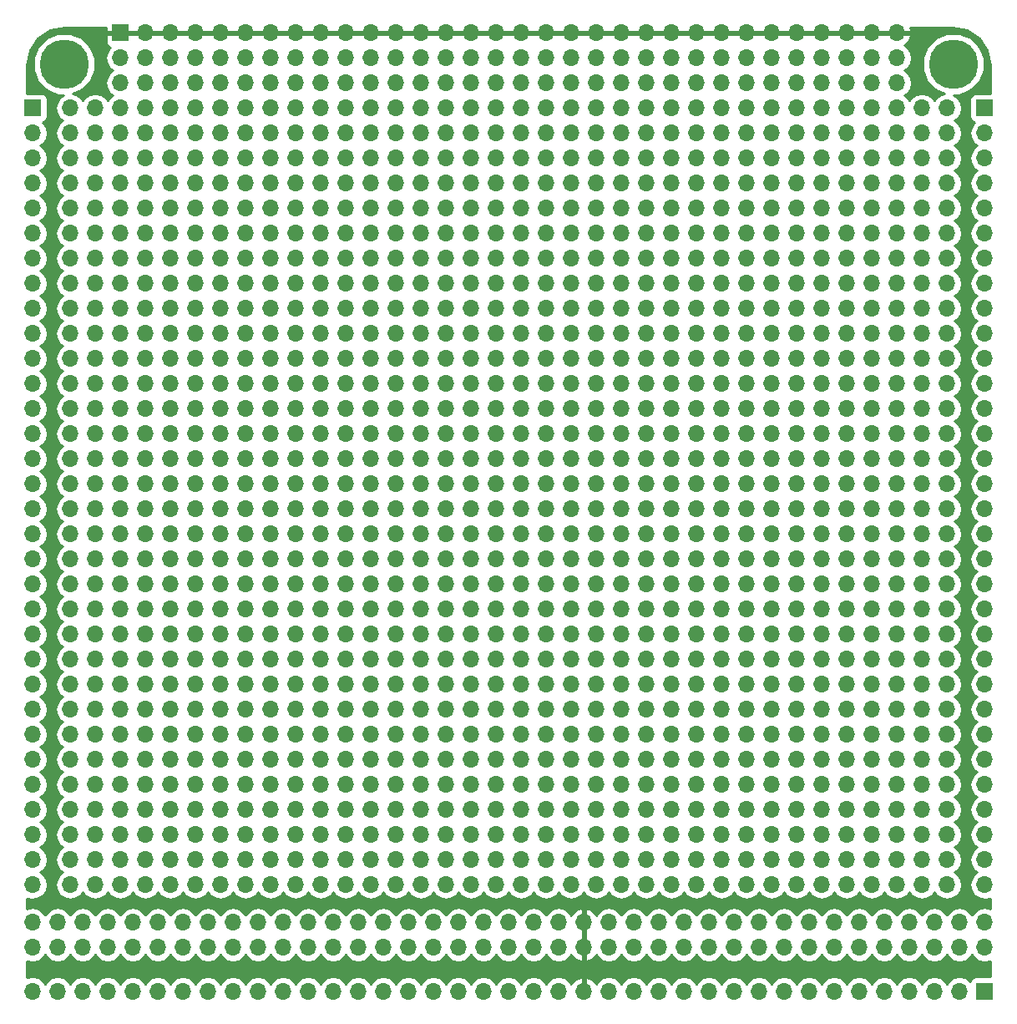
<source format=gbl>
G04 #@! TF.FileFunction,Copper,L2,Bot,Signal*
%FSLAX46Y46*%
G04 Gerber Fmt 4.6, Leading zero omitted, Abs format (unit mm)*
G04 Created by KiCad (PCBNEW 4.0.7) date 02/09/19 17:10:25*
%MOMM*%
%LPD*%
G01*
G04 APERTURE LIST*
%ADD10C,0.100000*%
%ADD11R,1.700000X1.700000*%
%ADD12O,1.700000X1.700000*%
%ADD13C,5.000000*%
%ADD14C,0.254000*%
G04 APERTURE END LIST*
D10*
D11*
X110490000Y-42545000D03*
D12*
X113030000Y-42545000D03*
X115570000Y-42545000D03*
X118110000Y-42545000D03*
X120650000Y-42545000D03*
X123190000Y-42545000D03*
X125730000Y-42545000D03*
X128270000Y-42545000D03*
X130810000Y-42545000D03*
X133350000Y-42545000D03*
X135890000Y-42545000D03*
X138430000Y-42545000D03*
X140970000Y-42545000D03*
X143510000Y-42545000D03*
X146050000Y-42545000D03*
X148590000Y-42545000D03*
X151130000Y-42545000D03*
X153670000Y-42545000D03*
X156210000Y-42545000D03*
X158750000Y-42545000D03*
X161290000Y-42545000D03*
X163830000Y-42545000D03*
X166370000Y-42545000D03*
X168910000Y-42545000D03*
X171450000Y-42545000D03*
X173990000Y-42545000D03*
X176530000Y-42545000D03*
X179070000Y-42545000D03*
X181610000Y-42545000D03*
X184150000Y-42545000D03*
X186690000Y-42545000D03*
X189230000Y-42545000D03*
D11*
X198120000Y-139700000D03*
D12*
X195580000Y-139700000D03*
X193040000Y-139700000D03*
X190500000Y-139700000D03*
X187960000Y-139700000D03*
X185420000Y-139700000D03*
X182880000Y-139700000D03*
X180340000Y-139700000D03*
X177800000Y-139700000D03*
X175260000Y-139700000D03*
X172720000Y-139700000D03*
X170180000Y-139700000D03*
X167640000Y-139700000D03*
X165100000Y-139700000D03*
X162560000Y-139700000D03*
X160020000Y-139700000D03*
X157480000Y-139700000D03*
X154940000Y-139700000D03*
X152400000Y-139700000D03*
X149860000Y-139700000D03*
X147320000Y-139700000D03*
X144780000Y-139700000D03*
X142240000Y-139700000D03*
X139700000Y-139700000D03*
X137160000Y-139700000D03*
X134620000Y-139700000D03*
X132080000Y-139700000D03*
X129540000Y-139700000D03*
X127000000Y-139700000D03*
X124460000Y-139700000D03*
X121920000Y-139700000D03*
X119380000Y-139700000D03*
X116840000Y-139700000D03*
X114300000Y-139700000D03*
X111760000Y-139700000D03*
X109220000Y-139700000D03*
X106680000Y-139700000D03*
X104140000Y-139700000D03*
X101600000Y-139700000D03*
D13*
X194945000Y-45720000D03*
X104775000Y-45720000D03*
D11*
X198120000Y-50165000D03*
D12*
X198120000Y-52705000D03*
X198120000Y-55245000D03*
X198120000Y-57785000D03*
X198120000Y-60325000D03*
X198120000Y-62865000D03*
X198120000Y-65405000D03*
X198120000Y-67945000D03*
X198120000Y-70485000D03*
X198120000Y-73025000D03*
X198120000Y-75565000D03*
X198120000Y-78105000D03*
X198120000Y-80645000D03*
X198120000Y-83185000D03*
X198120000Y-85725000D03*
X198120000Y-88265000D03*
X198120000Y-90805000D03*
X198120000Y-93345000D03*
X198120000Y-95885000D03*
X198120000Y-98425000D03*
X198120000Y-100965000D03*
X198120000Y-103505000D03*
X198120000Y-106045000D03*
X198120000Y-108585000D03*
X198120000Y-111125000D03*
X198120000Y-113665000D03*
X198120000Y-116205000D03*
X198120000Y-118745000D03*
X198120000Y-121285000D03*
X198120000Y-123825000D03*
X198120000Y-126365000D03*
X198120000Y-128905000D03*
D11*
X101600000Y-50165000D03*
D12*
X101600000Y-52705000D03*
X101600000Y-55245000D03*
X101600000Y-57785000D03*
X101600000Y-60325000D03*
X101600000Y-62865000D03*
X101600000Y-65405000D03*
X101600000Y-67945000D03*
X101600000Y-70485000D03*
X101600000Y-73025000D03*
X101600000Y-75565000D03*
X101600000Y-78105000D03*
X101600000Y-80645000D03*
X101600000Y-83185000D03*
X101600000Y-85725000D03*
X101600000Y-88265000D03*
X101600000Y-90805000D03*
X101600000Y-93345000D03*
X101600000Y-95885000D03*
X101600000Y-98425000D03*
X101600000Y-100965000D03*
X101600000Y-103505000D03*
X101600000Y-106045000D03*
X101600000Y-108585000D03*
X101600000Y-111125000D03*
X101600000Y-113665000D03*
X101600000Y-116205000D03*
X101600000Y-118745000D03*
X101600000Y-121285000D03*
X101600000Y-123825000D03*
X101600000Y-126365000D03*
X101600000Y-128905000D03*
X107950000Y-50165000D03*
X107950000Y-52705000D03*
X107950000Y-55245000D03*
X107950000Y-57785000D03*
X107950000Y-60325000D03*
X107950000Y-62865000D03*
X107950000Y-65405000D03*
X107950000Y-67945000D03*
X107950000Y-70485000D03*
X107950000Y-73025000D03*
X107950000Y-75565000D03*
X107950000Y-78105000D03*
X107950000Y-80645000D03*
X107950000Y-83185000D03*
X107950000Y-85725000D03*
X107950000Y-88265000D03*
X107950000Y-90805000D03*
X107950000Y-93345000D03*
X107950000Y-95885000D03*
X107950000Y-98425000D03*
X107950000Y-100965000D03*
X107950000Y-103505000D03*
X107950000Y-106045000D03*
X107950000Y-108585000D03*
X107950000Y-111125000D03*
X107950000Y-113665000D03*
X107950000Y-116205000D03*
X107950000Y-118745000D03*
X107950000Y-121285000D03*
X107950000Y-123825000D03*
X107950000Y-126365000D03*
X107950000Y-128905000D03*
X110490000Y-45085000D03*
X110490000Y-47625000D03*
X110490000Y-50165000D03*
X110490000Y-52705000D03*
X110490000Y-55245000D03*
X110490000Y-57785000D03*
X110490000Y-60325000D03*
X110490000Y-62865000D03*
X110490000Y-65405000D03*
X110490000Y-67945000D03*
X110490000Y-70485000D03*
X110490000Y-73025000D03*
X110490000Y-75565000D03*
X110490000Y-78105000D03*
X110490000Y-80645000D03*
X110490000Y-83185000D03*
X110490000Y-85725000D03*
X110490000Y-88265000D03*
X110490000Y-90805000D03*
X110490000Y-93345000D03*
X110490000Y-95885000D03*
X110490000Y-98425000D03*
X110490000Y-100965000D03*
X110490000Y-103505000D03*
X110490000Y-106045000D03*
X110490000Y-108585000D03*
X110490000Y-111125000D03*
X110490000Y-113665000D03*
X110490000Y-116205000D03*
X110490000Y-118745000D03*
X110490000Y-121285000D03*
X110490000Y-123825000D03*
X110490000Y-126365000D03*
X110490000Y-128905000D03*
X105410000Y-50165000D03*
X105410000Y-52705000D03*
X105410000Y-55245000D03*
X105410000Y-57785000D03*
X105410000Y-60325000D03*
X105410000Y-62865000D03*
X105410000Y-65405000D03*
X105410000Y-67945000D03*
X105410000Y-70485000D03*
X105410000Y-73025000D03*
X105410000Y-75565000D03*
X105410000Y-78105000D03*
X105410000Y-80645000D03*
X105410000Y-83185000D03*
X105410000Y-85725000D03*
X105410000Y-88265000D03*
X105410000Y-90805000D03*
X105410000Y-93345000D03*
X105410000Y-95885000D03*
X105410000Y-98425000D03*
X105410000Y-100965000D03*
X105410000Y-103505000D03*
X105410000Y-106045000D03*
X105410000Y-108585000D03*
X105410000Y-111125000D03*
X105410000Y-113665000D03*
X105410000Y-116205000D03*
X105410000Y-118745000D03*
X105410000Y-121285000D03*
X105410000Y-123825000D03*
X105410000Y-126365000D03*
X105410000Y-128905000D03*
X194310000Y-50165000D03*
X194310000Y-52705000D03*
X194310000Y-55245000D03*
X194310000Y-57785000D03*
X194310000Y-60325000D03*
X194310000Y-62865000D03*
X194310000Y-65405000D03*
X194310000Y-67945000D03*
X194310000Y-70485000D03*
X194310000Y-73025000D03*
X194310000Y-75565000D03*
X194310000Y-78105000D03*
X194310000Y-80645000D03*
X194310000Y-83185000D03*
X194310000Y-85725000D03*
X194310000Y-88265000D03*
X194310000Y-90805000D03*
X194310000Y-93345000D03*
X194310000Y-95885000D03*
X194310000Y-98425000D03*
X194310000Y-100965000D03*
X194310000Y-103505000D03*
X194310000Y-106045000D03*
X194310000Y-108585000D03*
X194310000Y-111125000D03*
X194310000Y-113665000D03*
X194310000Y-116205000D03*
X194310000Y-118745000D03*
X194310000Y-121285000D03*
X194310000Y-123825000D03*
X194310000Y-126365000D03*
X194310000Y-128905000D03*
X191770000Y-50165000D03*
X191770000Y-52705000D03*
X191770000Y-55245000D03*
X191770000Y-57785000D03*
X191770000Y-60325000D03*
X191770000Y-62865000D03*
X191770000Y-65405000D03*
X191770000Y-67945000D03*
X191770000Y-70485000D03*
X191770000Y-73025000D03*
X191770000Y-75565000D03*
X191770000Y-78105000D03*
X191770000Y-80645000D03*
X191770000Y-83185000D03*
X191770000Y-85725000D03*
X191770000Y-88265000D03*
X191770000Y-90805000D03*
X191770000Y-93345000D03*
X191770000Y-95885000D03*
X191770000Y-98425000D03*
X191770000Y-100965000D03*
X191770000Y-103505000D03*
X191770000Y-106045000D03*
X191770000Y-108585000D03*
X191770000Y-111125000D03*
X191770000Y-113665000D03*
X191770000Y-116205000D03*
X191770000Y-118745000D03*
X191770000Y-121285000D03*
X191770000Y-123825000D03*
X191770000Y-126365000D03*
X191770000Y-128905000D03*
X113030000Y-45085000D03*
X113030000Y-47625000D03*
X113030000Y-50165000D03*
X113030000Y-52705000D03*
X113030000Y-55245000D03*
X113030000Y-57785000D03*
X113030000Y-60325000D03*
X113030000Y-62865000D03*
X113030000Y-65405000D03*
X113030000Y-67945000D03*
X113030000Y-70485000D03*
X113030000Y-73025000D03*
X113030000Y-75565000D03*
X113030000Y-78105000D03*
X113030000Y-80645000D03*
X113030000Y-83185000D03*
X113030000Y-85725000D03*
X113030000Y-88265000D03*
X113030000Y-90805000D03*
X113030000Y-93345000D03*
X113030000Y-95885000D03*
X113030000Y-98425000D03*
X113030000Y-100965000D03*
X113030000Y-103505000D03*
X113030000Y-106045000D03*
X113030000Y-108585000D03*
X113030000Y-111125000D03*
X113030000Y-113665000D03*
X113030000Y-116205000D03*
X113030000Y-118745000D03*
X113030000Y-121285000D03*
X113030000Y-123825000D03*
X113030000Y-126365000D03*
X113030000Y-128905000D03*
X115570000Y-45085000D03*
X115570000Y-47625000D03*
X115570000Y-50165000D03*
X115570000Y-52705000D03*
X115570000Y-55245000D03*
X115570000Y-57785000D03*
X115570000Y-60325000D03*
X115570000Y-62865000D03*
X115570000Y-65405000D03*
X115570000Y-67945000D03*
X115570000Y-70485000D03*
X115570000Y-73025000D03*
X115570000Y-75565000D03*
X115570000Y-78105000D03*
X115570000Y-80645000D03*
X115570000Y-83185000D03*
X115570000Y-85725000D03*
X115570000Y-88265000D03*
X115570000Y-90805000D03*
X115570000Y-93345000D03*
X115570000Y-95885000D03*
X115570000Y-98425000D03*
X115570000Y-100965000D03*
X115570000Y-103505000D03*
X115570000Y-106045000D03*
X115570000Y-108585000D03*
X115570000Y-111125000D03*
X115570000Y-113665000D03*
X115570000Y-116205000D03*
X115570000Y-118745000D03*
X115570000Y-121285000D03*
X115570000Y-123825000D03*
X115570000Y-126365000D03*
X115570000Y-128905000D03*
X118110000Y-45085000D03*
X118110000Y-47625000D03*
X118110000Y-50165000D03*
X118110000Y-52705000D03*
X118110000Y-55245000D03*
X118110000Y-57785000D03*
X118110000Y-60325000D03*
X118110000Y-62865000D03*
X118110000Y-65405000D03*
X118110000Y-67945000D03*
X118110000Y-70485000D03*
X118110000Y-73025000D03*
X118110000Y-75565000D03*
X118110000Y-78105000D03*
X118110000Y-80645000D03*
X118110000Y-83185000D03*
X118110000Y-85725000D03*
X118110000Y-88265000D03*
X118110000Y-90805000D03*
X118110000Y-93345000D03*
X118110000Y-95885000D03*
X118110000Y-98425000D03*
X118110000Y-100965000D03*
X118110000Y-103505000D03*
X118110000Y-106045000D03*
X118110000Y-108585000D03*
X118110000Y-111125000D03*
X118110000Y-113665000D03*
X118110000Y-116205000D03*
X118110000Y-118745000D03*
X118110000Y-121285000D03*
X118110000Y-123825000D03*
X118110000Y-126365000D03*
X118110000Y-128905000D03*
X120650000Y-45085000D03*
X120650000Y-47625000D03*
X120650000Y-50165000D03*
X120650000Y-52705000D03*
X120650000Y-55245000D03*
X120650000Y-57785000D03*
X120650000Y-60325000D03*
X120650000Y-62865000D03*
X120650000Y-65405000D03*
X120650000Y-67945000D03*
X120650000Y-70485000D03*
X120650000Y-73025000D03*
X120650000Y-75565000D03*
X120650000Y-78105000D03*
X120650000Y-80645000D03*
X120650000Y-83185000D03*
X120650000Y-85725000D03*
X120650000Y-88265000D03*
X120650000Y-90805000D03*
X120650000Y-93345000D03*
X120650000Y-95885000D03*
X120650000Y-98425000D03*
X120650000Y-100965000D03*
X120650000Y-103505000D03*
X120650000Y-106045000D03*
X120650000Y-108585000D03*
X120650000Y-111125000D03*
X120650000Y-113665000D03*
X120650000Y-116205000D03*
X120650000Y-118745000D03*
X120650000Y-121285000D03*
X120650000Y-123825000D03*
X120650000Y-126365000D03*
X120650000Y-128905000D03*
X123190000Y-45085000D03*
X123190000Y-47625000D03*
X123190000Y-50165000D03*
X123190000Y-52705000D03*
X123190000Y-55245000D03*
X123190000Y-57785000D03*
X123190000Y-60325000D03*
X123190000Y-62865000D03*
X123190000Y-65405000D03*
X123190000Y-67945000D03*
X123190000Y-70485000D03*
X123190000Y-73025000D03*
X123190000Y-75565000D03*
X123190000Y-78105000D03*
X123190000Y-80645000D03*
X123190000Y-83185000D03*
X123190000Y-85725000D03*
X123190000Y-88265000D03*
X123190000Y-90805000D03*
X123190000Y-93345000D03*
X123190000Y-95885000D03*
X123190000Y-98425000D03*
X123190000Y-100965000D03*
X123190000Y-103505000D03*
X123190000Y-106045000D03*
X123190000Y-108585000D03*
X123190000Y-111125000D03*
X123190000Y-113665000D03*
X123190000Y-116205000D03*
X123190000Y-118745000D03*
X123190000Y-121285000D03*
X123190000Y-123825000D03*
X123190000Y-126365000D03*
X123190000Y-128905000D03*
X125730000Y-45085000D03*
X125730000Y-47625000D03*
X125730000Y-50165000D03*
X125730000Y-52705000D03*
X125730000Y-55245000D03*
X125730000Y-57785000D03*
X125730000Y-60325000D03*
X125730000Y-62865000D03*
X125730000Y-65405000D03*
X125730000Y-67945000D03*
X125730000Y-70485000D03*
X125730000Y-73025000D03*
X125730000Y-75565000D03*
X125730000Y-78105000D03*
X125730000Y-80645000D03*
X125730000Y-83185000D03*
X125730000Y-85725000D03*
X125730000Y-88265000D03*
X125730000Y-90805000D03*
X125730000Y-93345000D03*
X125730000Y-95885000D03*
X125730000Y-98425000D03*
X125730000Y-100965000D03*
X125730000Y-103505000D03*
X125730000Y-106045000D03*
X125730000Y-108585000D03*
X125730000Y-111125000D03*
X125730000Y-113665000D03*
X125730000Y-116205000D03*
X125730000Y-118745000D03*
X125730000Y-121285000D03*
X125730000Y-123825000D03*
X125730000Y-126365000D03*
X125730000Y-128905000D03*
X128270000Y-45085000D03*
X128270000Y-47625000D03*
X128270000Y-50165000D03*
X128270000Y-52705000D03*
X128270000Y-55245000D03*
X128270000Y-57785000D03*
X128270000Y-60325000D03*
X128270000Y-62865000D03*
X128270000Y-65405000D03*
X128270000Y-67945000D03*
X128270000Y-70485000D03*
X128270000Y-73025000D03*
X128270000Y-75565000D03*
X128270000Y-78105000D03*
X128270000Y-80645000D03*
X128270000Y-83185000D03*
X128270000Y-85725000D03*
X128270000Y-88265000D03*
X128270000Y-90805000D03*
X128270000Y-93345000D03*
X128270000Y-95885000D03*
X128270000Y-98425000D03*
X128270000Y-100965000D03*
X128270000Y-103505000D03*
X128270000Y-106045000D03*
X128270000Y-108585000D03*
X128270000Y-111125000D03*
X128270000Y-113665000D03*
X128270000Y-116205000D03*
X128270000Y-118745000D03*
X128270000Y-121285000D03*
X128270000Y-123825000D03*
X128270000Y-126365000D03*
X128270000Y-128905000D03*
X130810000Y-45085000D03*
X130810000Y-47625000D03*
X130810000Y-50165000D03*
X130810000Y-52705000D03*
X130810000Y-55245000D03*
X130810000Y-57785000D03*
X130810000Y-60325000D03*
X130810000Y-62865000D03*
X130810000Y-65405000D03*
X130810000Y-67945000D03*
X130810000Y-70485000D03*
X130810000Y-73025000D03*
X130810000Y-75565000D03*
X130810000Y-78105000D03*
X130810000Y-80645000D03*
X130810000Y-83185000D03*
X130810000Y-85725000D03*
X130810000Y-88265000D03*
X130810000Y-90805000D03*
X130810000Y-93345000D03*
X130810000Y-95885000D03*
X130810000Y-98425000D03*
X130810000Y-100965000D03*
X130810000Y-103505000D03*
X130810000Y-106045000D03*
X130810000Y-108585000D03*
X130810000Y-111125000D03*
X130810000Y-113665000D03*
X130810000Y-116205000D03*
X130810000Y-118745000D03*
X130810000Y-121285000D03*
X130810000Y-123825000D03*
X130810000Y-126365000D03*
X130810000Y-128905000D03*
X133350000Y-45085000D03*
X133350000Y-47625000D03*
X133350000Y-50165000D03*
X133350000Y-52705000D03*
X133350000Y-55245000D03*
X133350000Y-57785000D03*
X133350000Y-60325000D03*
X133350000Y-62865000D03*
X133350000Y-65405000D03*
X133350000Y-67945000D03*
X133350000Y-70485000D03*
X133350000Y-73025000D03*
X133350000Y-75565000D03*
X133350000Y-78105000D03*
X133350000Y-80645000D03*
X133350000Y-83185000D03*
X133350000Y-85725000D03*
X133350000Y-88265000D03*
X133350000Y-90805000D03*
X133350000Y-93345000D03*
X133350000Y-95885000D03*
X133350000Y-98425000D03*
X133350000Y-100965000D03*
X133350000Y-103505000D03*
X133350000Y-106045000D03*
X133350000Y-108585000D03*
X133350000Y-111125000D03*
X133350000Y-113665000D03*
X133350000Y-116205000D03*
X133350000Y-118745000D03*
X133350000Y-121285000D03*
X133350000Y-123825000D03*
X133350000Y-126365000D03*
X133350000Y-128905000D03*
X135890000Y-45085000D03*
X135890000Y-47625000D03*
X135890000Y-50165000D03*
X135890000Y-52705000D03*
X135890000Y-55245000D03*
X135890000Y-57785000D03*
X135890000Y-60325000D03*
X135890000Y-62865000D03*
X135890000Y-65405000D03*
X135890000Y-67945000D03*
X135890000Y-70485000D03*
X135890000Y-73025000D03*
X135890000Y-75565000D03*
X135890000Y-78105000D03*
X135890000Y-80645000D03*
X135890000Y-83185000D03*
X135890000Y-85725000D03*
X135890000Y-88265000D03*
X135890000Y-90805000D03*
X135890000Y-93345000D03*
X135890000Y-95885000D03*
X135890000Y-98425000D03*
X135890000Y-100965000D03*
X135890000Y-103505000D03*
X135890000Y-106045000D03*
X135890000Y-108585000D03*
X135890000Y-111125000D03*
X135890000Y-113665000D03*
X135890000Y-116205000D03*
X135890000Y-118745000D03*
X135890000Y-121285000D03*
X135890000Y-123825000D03*
X135890000Y-126365000D03*
X135890000Y-128905000D03*
X138430000Y-45085000D03*
X138430000Y-47625000D03*
X138430000Y-50165000D03*
X138430000Y-52705000D03*
X138430000Y-55245000D03*
X138430000Y-57785000D03*
X138430000Y-60325000D03*
X138430000Y-62865000D03*
X138430000Y-65405000D03*
X138430000Y-67945000D03*
X138430000Y-70485000D03*
X138430000Y-73025000D03*
X138430000Y-75565000D03*
X138430000Y-78105000D03*
X138430000Y-80645000D03*
X138430000Y-83185000D03*
X138430000Y-85725000D03*
X138430000Y-88265000D03*
X138430000Y-90805000D03*
X138430000Y-93345000D03*
X138430000Y-95885000D03*
X138430000Y-98425000D03*
X138430000Y-100965000D03*
X138430000Y-103505000D03*
X138430000Y-106045000D03*
X138430000Y-108585000D03*
X138430000Y-111125000D03*
X138430000Y-113665000D03*
X138430000Y-116205000D03*
X138430000Y-118745000D03*
X138430000Y-121285000D03*
X138430000Y-123825000D03*
X138430000Y-126365000D03*
X138430000Y-128905000D03*
X140970000Y-45085000D03*
X140970000Y-47625000D03*
X140970000Y-50165000D03*
X140970000Y-52705000D03*
X140970000Y-55245000D03*
X140970000Y-57785000D03*
X140970000Y-60325000D03*
X140970000Y-62865000D03*
X140970000Y-65405000D03*
X140970000Y-67945000D03*
X140970000Y-70485000D03*
X140970000Y-73025000D03*
X140970000Y-75565000D03*
X140970000Y-78105000D03*
X140970000Y-80645000D03*
X140970000Y-83185000D03*
X140970000Y-85725000D03*
X140970000Y-88265000D03*
X140970000Y-90805000D03*
X140970000Y-93345000D03*
X140970000Y-95885000D03*
X140970000Y-98425000D03*
X140970000Y-100965000D03*
X140970000Y-103505000D03*
X140970000Y-106045000D03*
X140970000Y-108585000D03*
X140970000Y-111125000D03*
X140970000Y-113665000D03*
X140970000Y-116205000D03*
X140970000Y-118745000D03*
X140970000Y-121285000D03*
X140970000Y-123825000D03*
X140970000Y-126365000D03*
X140970000Y-128905000D03*
X143510000Y-45085000D03*
X143510000Y-47625000D03*
X143510000Y-50165000D03*
X143510000Y-52705000D03*
X143510000Y-55245000D03*
X143510000Y-57785000D03*
X143510000Y-60325000D03*
X143510000Y-62865000D03*
X143510000Y-65405000D03*
X143510000Y-67945000D03*
X143510000Y-70485000D03*
X143510000Y-73025000D03*
X143510000Y-75565000D03*
X143510000Y-78105000D03*
X143510000Y-80645000D03*
X143510000Y-83185000D03*
X143510000Y-85725000D03*
X143510000Y-88265000D03*
X143510000Y-90805000D03*
X143510000Y-93345000D03*
X143510000Y-95885000D03*
X143510000Y-98425000D03*
X143510000Y-100965000D03*
X143510000Y-103505000D03*
X143510000Y-106045000D03*
X143510000Y-108585000D03*
X143510000Y-111125000D03*
X143510000Y-113665000D03*
X143510000Y-116205000D03*
X143510000Y-118745000D03*
X143510000Y-121285000D03*
X143510000Y-123825000D03*
X143510000Y-126365000D03*
X143510000Y-128905000D03*
X146050000Y-45085000D03*
X146050000Y-47625000D03*
X146050000Y-50165000D03*
X146050000Y-52705000D03*
X146050000Y-55245000D03*
X146050000Y-57785000D03*
X146050000Y-60325000D03*
X146050000Y-62865000D03*
X146050000Y-65405000D03*
X146050000Y-67945000D03*
X146050000Y-70485000D03*
X146050000Y-73025000D03*
X146050000Y-75565000D03*
X146050000Y-78105000D03*
X146050000Y-80645000D03*
X146050000Y-83185000D03*
X146050000Y-85725000D03*
X146050000Y-88265000D03*
X146050000Y-90805000D03*
X146050000Y-93345000D03*
X146050000Y-95885000D03*
X146050000Y-98425000D03*
X146050000Y-100965000D03*
X146050000Y-103505000D03*
X146050000Y-106045000D03*
X146050000Y-108585000D03*
X146050000Y-111125000D03*
X146050000Y-113665000D03*
X146050000Y-116205000D03*
X146050000Y-118745000D03*
X146050000Y-121285000D03*
X146050000Y-123825000D03*
X146050000Y-126365000D03*
X146050000Y-128905000D03*
X148590000Y-45085000D03*
X148590000Y-47625000D03*
X148590000Y-50165000D03*
X148590000Y-52705000D03*
X148590000Y-55245000D03*
X148590000Y-57785000D03*
X148590000Y-60325000D03*
X148590000Y-62865000D03*
X148590000Y-65405000D03*
X148590000Y-67945000D03*
X148590000Y-70485000D03*
X148590000Y-73025000D03*
X148590000Y-75565000D03*
X148590000Y-78105000D03*
X148590000Y-80645000D03*
X148590000Y-83185000D03*
X148590000Y-85725000D03*
X148590000Y-88265000D03*
X148590000Y-90805000D03*
X148590000Y-93345000D03*
X148590000Y-95885000D03*
X148590000Y-98425000D03*
X148590000Y-100965000D03*
X148590000Y-103505000D03*
X148590000Y-106045000D03*
X148590000Y-108585000D03*
X148590000Y-111125000D03*
X148590000Y-113665000D03*
X148590000Y-116205000D03*
X148590000Y-118745000D03*
X148590000Y-121285000D03*
X148590000Y-123825000D03*
X148590000Y-126365000D03*
X148590000Y-128905000D03*
X151130000Y-45085000D03*
X151130000Y-47625000D03*
X151130000Y-50165000D03*
X151130000Y-52705000D03*
X151130000Y-55245000D03*
X151130000Y-57785000D03*
X151130000Y-60325000D03*
X151130000Y-62865000D03*
X151130000Y-65405000D03*
X151130000Y-67945000D03*
X151130000Y-70485000D03*
X151130000Y-73025000D03*
X151130000Y-75565000D03*
X151130000Y-78105000D03*
X151130000Y-80645000D03*
X151130000Y-83185000D03*
X151130000Y-85725000D03*
X151130000Y-88265000D03*
X151130000Y-90805000D03*
X151130000Y-93345000D03*
X151130000Y-95885000D03*
X151130000Y-98425000D03*
X151130000Y-100965000D03*
X151130000Y-103505000D03*
X151130000Y-106045000D03*
X151130000Y-108585000D03*
X151130000Y-111125000D03*
X151130000Y-113665000D03*
X151130000Y-116205000D03*
X151130000Y-118745000D03*
X151130000Y-121285000D03*
X151130000Y-123825000D03*
X151130000Y-126365000D03*
X151130000Y-128905000D03*
X153670000Y-45085000D03*
X153670000Y-47625000D03*
X153670000Y-50165000D03*
X153670000Y-52705000D03*
X153670000Y-55245000D03*
X153670000Y-57785000D03*
X153670000Y-60325000D03*
X153670000Y-62865000D03*
X153670000Y-65405000D03*
X153670000Y-67945000D03*
X153670000Y-70485000D03*
X153670000Y-73025000D03*
X153670000Y-75565000D03*
X153670000Y-78105000D03*
X153670000Y-80645000D03*
X153670000Y-83185000D03*
X153670000Y-85725000D03*
X153670000Y-88265000D03*
X153670000Y-90805000D03*
X153670000Y-93345000D03*
X153670000Y-95885000D03*
X153670000Y-98425000D03*
X153670000Y-100965000D03*
X153670000Y-103505000D03*
X153670000Y-106045000D03*
X153670000Y-108585000D03*
X153670000Y-111125000D03*
X153670000Y-113665000D03*
X153670000Y-116205000D03*
X153670000Y-118745000D03*
X153670000Y-121285000D03*
X153670000Y-123825000D03*
X153670000Y-126365000D03*
X153670000Y-128905000D03*
X156210000Y-45085000D03*
X156210000Y-47625000D03*
X156210000Y-50165000D03*
X156210000Y-52705000D03*
X156210000Y-55245000D03*
X156210000Y-57785000D03*
X156210000Y-60325000D03*
X156210000Y-62865000D03*
X156210000Y-65405000D03*
X156210000Y-67945000D03*
X156210000Y-70485000D03*
X156210000Y-73025000D03*
X156210000Y-75565000D03*
X156210000Y-78105000D03*
X156210000Y-80645000D03*
X156210000Y-83185000D03*
X156210000Y-85725000D03*
X156210000Y-88265000D03*
X156210000Y-90805000D03*
X156210000Y-93345000D03*
X156210000Y-95885000D03*
X156210000Y-98425000D03*
X156210000Y-100965000D03*
X156210000Y-103505000D03*
X156210000Y-106045000D03*
X156210000Y-108585000D03*
X156210000Y-111125000D03*
X156210000Y-113665000D03*
X156210000Y-116205000D03*
X156210000Y-118745000D03*
X156210000Y-121285000D03*
X156210000Y-123825000D03*
X156210000Y-126365000D03*
X156210000Y-128905000D03*
X158750000Y-45085000D03*
X158750000Y-47625000D03*
X158750000Y-50165000D03*
X158750000Y-52705000D03*
X158750000Y-55245000D03*
X158750000Y-57785000D03*
X158750000Y-60325000D03*
X158750000Y-62865000D03*
X158750000Y-65405000D03*
X158750000Y-67945000D03*
X158750000Y-70485000D03*
X158750000Y-73025000D03*
X158750000Y-75565000D03*
X158750000Y-78105000D03*
X158750000Y-80645000D03*
X158750000Y-83185000D03*
X158750000Y-85725000D03*
X158750000Y-88265000D03*
X158750000Y-90805000D03*
X158750000Y-93345000D03*
X158750000Y-95885000D03*
X158750000Y-98425000D03*
X158750000Y-100965000D03*
X158750000Y-103505000D03*
X158750000Y-106045000D03*
X158750000Y-108585000D03*
X158750000Y-111125000D03*
X158750000Y-113665000D03*
X158750000Y-116205000D03*
X158750000Y-118745000D03*
X158750000Y-121285000D03*
X158750000Y-123825000D03*
X158750000Y-126365000D03*
X158750000Y-128905000D03*
X161290000Y-45085000D03*
X161290000Y-47625000D03*
X161290000Y-50165000D03*
X161290000Y-52705000D03*
X161290000Y-55245000D03*
X161290000Y-57785000D03*
X161290000Y-60325000D03*
X161290000Y-62865000D03*
X161290000Y-65405000D03*
X161290000Y-67945000D03*
X161290000Y-70485000D03*
X161290000Y-73025000D03*
X161290000Y-75565000D03*
X161290000Y-78105000D03*
X161290000Y-80645000D03*
X161290000Y-83185000D03*
X161290000Y-85725000D03*
X161290000Y-88265000D03*
X161290000Y-90805000D03*
X161290000Y-93345000D03*
X161290000Y-95885000D03*
X161290000Y-98425000D03*
X161290000Y-100965000D03*
X161290000Y-103505000D03*
X161290000Y-106045000D03*
X161290000Y-108585000D03*
X161290000Y-111125000D03*
X161290000Y-113665000D03*
X161290000Y-116205000D03*
X161290000Y-118745000D03*
X161290000Y-121285000D03*
X161290000Y-123825000D03*
X161290000Y-126365000D03*
X161290000Y-128905000D03*
X163830000Y-45085000D03*
X163830000Y-47625000D03*
X163830000Y-50165000D03*
X163830000Y-52705000D03*
X163830000Y-55245000D03*
X163830000Y-57785000D03*
X163830000Y-60325000D03*
X163830000Y-62865000D03*
X163830000Y-65405000D03*
X163830000Y-67945000D03*
X163830000Y-70485000D03*
X163830000Y-73025000D03*
X163830000Y-75565000D03*
X163830000Y-78105000D03*
X163830000Y-80645000D03*
X163830000Y-83185000D03*
X163830000Y-85725000D03*
X163830000Y-88265000D03*
X163830000Y-90805000D03*
X163830000Y-93345000D03*
X163830000Y-95885000D03*
X163830000Y-98425000D03*
X163830000Y-100965000D03*
X163830000Y-103505000D03*
X163830000Y-106045000D03*
X163830000Y-108585000D03*
X163830000Y-111125000D03*
X163830000Y-113665000D03*
X163830000Y-116205000D03*
X163830000Y-118745000D03*
X163830000Y-121285000D03*
X163830000Y-123825000D03*
X163830000Y-126365000D03*
X163830000Y-128905000D03*
X166370000Y-45085000D03*
X166370000Y-47625000D03*
X166370000Y-50165000D03*
X166370000Y-52705000D03*
X166370000Y-55245000D03*
X166370000Y-57785000D03*
X166370000Y-60325000D03*
X166370000Y-62865000D03*
X166370000Y-65405000D03*
X166370000Y-67945000D03*
X166370000Y-70485000D03*
X166370000Y-73025000D03*
X166370000Y-75565000D03*
X166370000Y-78105000D03*
X166370000Y-80645000D03*
X166370000Y-83185000D03*
X166370000Y-85725000D03*
X166370000Y-88265000D03*
X166370000Y-90805000D03*
X166370000Y-93345000D03*
X166370000Y-95885000D03*
X166370000Y-98425000D03*
X166370000Y-100965000D03*
X166370000Y-103505000D03*
X166370000Y-106045000D03*
X166370000Y-108585000D03*
X166370000Y-111125000D03*
X166370000Y-113665000D03*
X166370000Y-116205000D03*
X166370000Y-118745000D03*
X166370000Y-121285000D03*
X166370000Y-123825000D03*
X166370000Y-126365000D03*
X166370000Y-128905000D03*
X168910000Y-45085000D03*
X168910000Y-47625000D03*
X168910000Y-50165000D03*
X168910000Y-52705000D03*
X168910000Y-55245000D03*
X168910000Y-57785000D03*
X168910000Y-60325000D03*
X168910000Y-62865000D03*
X168910000Y-65405000D03*
X168910000Y-67945000D03*
X168910000Y-70485000D03*
X168910000Y-73025000D03*
X168910000Y-75565000D03*
X168910000Y-78105000D03*
X168910000Y-80645000D03*
X168910000Y-83185000D03*
X168910000Y-85725000D03*
X168910000Y-88265000D03*
X168910000Y-90805000D03*
X168910000Y-93345000D03*
X168910000Y-95885000D03*
X168910000Y-98425000D03*
X168910000Y-100965000D03*
X168910000Y-103505000D03*
X168910000Y-106045000D03*
X168910000Y-108585000D03*
X168910000Y-111125000D03*
X168910000Y-113665000D03*
X168910000Y-116205000D03*
X168910000Y-118745000D03*
X168910000Y-121285000D03*
X168910000Y-123825000D03*
X168910000Y-126365000D03*
X168910000Y-128905000D03*
X171450000Y-45085000D03*
X171450000Y-47625000D03*
X171450000Y-50165000D03*
X171450000Y-52705000D03*
X171450000Y-55245000D03*
X171450000Y-57785000D03*
X171450000Y-60325000D03*
X171450000Y-62865000D03*
X171450000Y-65405000D03*
X171450000Y-67945000D03*
X171450000Y-70485000D03*
X171450000Y-73025000D03*
X171450000Y-75565000D03*
X171450000Y-78105000D03*
X171450000Y-80645000D03*
X171450000Y-83185000D03*
X171450000Y-85725000D03*
X171450000Y-88265000D03*
X171450000Y-90805000D03*
X171450000Y-93345000D03*
X171450000Y-95885000D03*
X171450000Y-98425000D03*
X171450000Y-100965000D03*
X171450000Y-103505000D03*
X171450000Y-106045000D03*
X171450000Y-108585000D03*
X171450000Y-111125000D03*
X171450000Y-113665000D03*
X171450000Y-116205000D03*
X171450000Y-118745000D03*
X171450000Y-121285000D03*
X171450000Y-123825000D03*
X171450000Y-126365000D03*
X171450000Y-128905000D03*
X173990000Y-45085000D03*
X173990000Y-47625000D03*
X173990000Y-50165000D03*
X173990000Y-52705000D03*
X173990000Y-55245000D03*
X173990000Y-57785000D03*
X173990000Y-60325000D03*
X173990000Y-62865000D03*
X173990000Y-65405000D03*
X173990000Y-67945000D03*
X173990000Y-70485000D03*
X173990000Y-73025000D03*
X173990000Y-75565000D03*
X173990000Y-78105000D03*
X173990000Y-80645000D03*
X173990000Y-83185000D03*
X173990000Y-85725000D03*
X173990000Y-88265000D03*
X173990000Y-90805000D03*
X173990000Y-93345000D03*
X173990000Y-95885000D03*
X173990000Y-98425000D03*
X173990000Y-100965000D03*
X173990000Y-103505000D03*
X173990000Y-106045000D03*
X173990000Y-108585000D03*
X173990000Y-111125000D03*
X173990000Y-113665000D03*
X173990000Y-116205000D03*
X173990000Y-118745000D03*
X173990000Y-121285000D03*
X173990000Y-123825000D03*
X173990000Y-126365000D03*
X173990000Y-128905000D03*
X176530000Y-45085000D03*
X176530000Y-47625000D03*
X176530000Y-50165000D03*
X176530000Y-52705000D03*
X176530000Y-55245000D03*
X176530000Y-57785000D03*
X176530000Y-60325000D03*
X176530000Y-62865000D03*
X176530000Y-65405000D03*
X176530000Y-67945000D03*
X176530000Y-70485000D03*
X176530000Y-73025000D03*
X176530000Y-75565000D03*
X176530000Y-78105000D03*
X176530000Y-80645000D03*
X176530000Y-83185000D03*
X176530000Y-85725000D03*
X176530000Y-88265000D03*
X176530000Y-90805000D03*
X176530000Y-93345000D03*
X176530000Y-95885000D03*
X176530000Y-98425000D03*
X176530000Y-100965000D03*
X176530000Y-103505000D03*
X176530000Y-106045000D03*
X176530000Y-108585000D03*
X176530000Y-111125000D03*
X176530000Y-113665000D03*
X176530000Y-116205000D03*
X176530000Y-118745000D03*
X176530000Y-121285000D03*
X176530000Y-123825000D03*
X176530000Y-126365000D03*
X176530000Y-128905000D03*
X179070000Y-45085000D03*
X179070000Y-47625000D03*
X179070000Y-50165000D03*
X179070000Y-52705000D03*
X179070000Y-55245000D03*
X179070000Y-57785000D03*
X179070000Y-60325000D03*
X179070000Y-62865000D03*
X179070000Y-65405000D03*
X179070000Y-67945000D03*
X179070000Y-70485000D03*
X179070000Y-73025000D03*
X179070000Y-75565000D03*
X179070000Y-78105000D03*
X179070000Y-80645000D03*
X179070000Y-83185000D03*
X179070000Y-85725000D03*
X179070000Y-88265000D03*
X179070000Y-90805000D03*
X179070000Y-93345000D03*
X179070000Y-95885000D03*
X179070000Y-98425000D03*
X179070000Y-100965000D03*
X179070000Y-103505000D03*
X179070000Y-106045000D03*
X179070000Y-108585000D03*
X179070000Y-111125000D03*
X179070000Y-113665000D03*
X179070000Y-116205000D03*
X179070000Y-118745000D03*
X179070000Y-121285000D03*
X179070000Y-123825000D03*
X179070000Y-126365000D03*
X179070000Y-128905000D03*
X181610000Y-45085000D03*
X181610000Y-47625000D03*
X181610000Y-50165000D03*
X181610000Y-52705000D03*
X181610000Y-55245000D03*
X181610000Y-57785000D03*
X181610000Y-60325000D03*
X181610000Y-62865000D03*
X181610000Y-65405000D03*
X181610000Y-67945000D03*
X181610000Y-70485000D03*
X181610000Y-73025000D03*
X181610000Y-75565000D03*
X181610000Y-78105000D03*
X181610000Y-80645000D03*
X181610000Y-83185000D03*
X181610000Y-85725000D03*
X181610000Y-88265000D03*
X181610000Y-90805000D03*
X181610000Y-93345000D03*
X181610000Y-95885000D03*
X181610000Y-98425000D03*
X181610000Y-100965000D03*
X181610000Y-103505000D03*
X181610000Y-106045000D03*
X181610000Y-108585000D03*
X181610000Y-111125000D03*
X181610000Y-113665000D03*
X181610000Y-116205000D03*
X181610000Y-118745000D03*
X181610000Y-121285000D03*
X181610000Y-123825000D03*
X181610000Y-126365000D03*
X181610000Y-128905000D03*
X184150000Y-45085000D03*
X184150000Y-47625000D03*
X184150000Y-50165000D03*
X184150000Y-52705000D03*
X184150000Y-55245000D03*
X184150000Y-57785000D03*
X184150000Y-60325000D03*
X184150000Y-62865000D03*
X184150000Y-65405000D03*
X184150000Y-67945000D03*
X184150000Y-70485000D03*
X184150000Y-73025000D03*
X184150000Y-75565000D03*
X184150000Y-78105000D03*
X184150000Y-80645000D03*
X184150000Y-83185000D03*
X184150000Y-85725000D03*
X184150000Y-88265000D03*
X184150000Y-90805000D03*
X184150000Y-93345000D03*
X184150000Y-95885000D03*
X184150000Y-98425000D03*
X184150000Y-100965000D03*
X184150000Y-103505000D03*
X184150000Y-106045000D03*
X184150000Y-108585000D03*
X184150000Y-111125000D03*
X184150000Y-113665000D03*
X184150000Y-116205000D03*
X184150000Y-118745000D03*
X184150000Y-121285000D03*
X184150000Y-123825000D03*
X184150000Y-126365000D03*
X184150000Y-128905000D03*
X186690000Y-45085000D03*
X186690000Y-47625000D03*
X186690000Y-50165000D03*
X186690000Y-52705000D03*
X186690000Y-55245000D03*
X186690000Y-57785000D03*
X186690000Y-60325000D03*
X186690000Y-62865000D03*
X186690000Y-65405000D03*
X186690000Y-67945000D03*
X186690000Y-70485000D03*
X186690000Y-73025000D03*
X186690000Y-75565000D03*
X186690000Y-78105000D03*
X186690000Y-80645000D03*
X186690000Y-83185000D03*
X186690000Y-85725000D03*
X186690000Y-88265000D03*
X186690000Y-90805000D03*
X186690000Y-93345000D03*
X186690000Y-95885000D03*
X186690000Y-98425000D03*
X186690000Y-100965000D03*
X186690000Y-103505000D03*
X186690000Y-106045000D03*
X186690000Y-108585000D03*
X186690000Y-111125000D03*
X186690000Y-113665000D03*
X186690000Y-116205000D03*
X186690000Y-118745000D03*
X186690000Y-121285000D03*
X186690000Y-123825000D03*
X186690000Y-126365000D03*
X186690000Y-128905000D03*
X189230000Y-45085000D03*
X189230000Y-47625000D03*
X189230000Y-50165000D03*
X189230000Y-52705000D03*
X189230000Y-55245000D03*
X189230000Y-57785000D03*
X189230000Y-60325000D03*
X189230000Y-62865000D03*
X189230000Y-65405000D03*
X189230000Y-67945000D03*
X189230000Y-70485000D03*
X189230000Y-73025000D03*
X189230000Y-75565000D03*
X189230000Y-78105000D03*
X189230000Y-80645000D03*
X189230000Y-83185000D03*
X189230000Y-85725000D03*
X189230000Y-88265000D03*
X189230000Y-90805000D03*
X189230000Y-93345000D03*
X189230000Y-95885000D03*
X189230000Y-98425000D03*
X189230000Y-100965000D03*
X189230000Y-103505000D03*
X189230000Y-106045000D03*
X189230000Y-108585000D03*
X189230000Y-111125000D03*
X189230000Y-113665000D03*
X189230000Y-116205000D03*
X189230000Y-118745000D03*
X189230000Y-121285000D03*
X189230000Y-123825000D03*
X189230000Y-126365000D03*
X189230000Y-128905000D03*
X101600000Y-135255000D03*
X104140000Y-135255000D03*
X106680000Y-135255000D03*
X109220000Y-135255000D03*
X111760000Y-135255000D03*
X114300000Y-135255000D03*
X116840000Y-135255000D03*
X119380000Y-135255000D03*
X121920000Y-135255000D03*
X124460000Y-135255000D03*
X127000000Y-135255000D03*
X129540000Y-135255000D03*
X132080000Y-135255000D03*
X134620000Y-135255000D03*
X137160000Y-135255000D03*
X139700000Y-135255000D03*
X142240000Y-135255000D03*
X144780000Y-135255000D03*
X147320000Y-135255000D03*
X149860000Y-135255000D03*
X152400000Y-135255000D03*
X154940000Y-135255000D03*
X157480000Y-135255000D03*
X160020000Y-135255000D03*
X162560000Y-135255000D03*
X165100000Y-135255000D03*
X167640000Y-135255000D03*
X170180000Y-135255000D03*
X172720000Y-135255000D03*
X175260000Y-135255000D03*
X177800000Y-135255000D03*
X180340000Y-135255000D03*
X182880000Y-135255000D03*
X185420000Y-135255000D03*
X187960000Y-135255000D03*
X190500000Y-135255000D03*
X193040000Y-135255000D03*
X195580000Y-135255000D03*
X198120000Y-135255000D03*
X198120000Y-132715000D03*
X195580000Y-132715000D03*
X193040000Y-132715000D03*
X190500000Y-132715000D03*
X187960000Y-132715000D03*
X185420000Y-132715000D03*
X182880000Y-132715000D03*
X180340000Y-132715000D03*
X177800000Y-132715000D03*
X175260000Y-132715000D03*
X172720000Y-132715000D03*
X170180000Y-132715000D03*
X167640000Y-132715000D03*
X165100000Y-132715000D03*
X162560000Y-132715000D03*
X160020000Y-132715000D03*
X157480000Y-132715000D03*
X154940000Y-132715000D03*
X152400000Y-132715000D03*
X149860000Y-132715000D03*
X147320000Y-132715000D03*
X144780000Y-132715000D03*
X142240000Y-132715000D03*
X139700000Y-132715000D03*
X137160000Y-132715000D03*
X134620000Y-132715000D03*
X132080000Y-132715000D03*
X129540000Y-132715000D03*
X127000000Y-132715000D03*
X124460000Y-132715000D03*
X121920000Y-132715000D03*
X119380000Y-132715000D03*
X116840000Y-132715000D03*
X114300000Y-132715000D03*
X111760000Y-132715000D03*
X109220000Y-132715000D03*
X106680000Y-132715000D03*
X104140000Y-132715000D03*
X101600000Y-132715000D03*
D14*
G36*
X109005000Y-42259250D02*
X109163750Y-42418000D01*
X110363000Y-42418000D01*
X110363000Y-42398000D01*
X110617000Y-42398000D01*
X110617000Y-42418000D01*
X112903000Y-42418000D01*
X112903000Y-42398000D01*
X113157000Y-42398000D01*
X113157000Y-42418000D01*
X115443000Y-42418000D01*
X115443000Y-42398000D01*
X115697000Y-42398000D01*
X115697000Y-42418000D01*
X117983000Y-42418000D01*
X117983000Y-42398000D01*
X118237000Y-42398000D01*
X118237000Y-42418000D01*
X120523000Y-42418000D01*
X120523000Y-42398000D01*
X120777000Y-42398000D01*
X120777000Y-42418000D01*
X123063000Y-42418000D01*
X123063000Y-42398000D01*
X123317000Y-42398000D01*
X123317000Y-42418000D01*
X125603000Y-42418000D01*
X125603000Y-42398000D01*
X125857000Y-42398000D01*
X125857000Y-42418000D01*
X128143000Y-42418000D01*
X128143000Y-42398000D01*
X128397000Y-42398000D01*
X128397000Y-42418000D01*
X130683000Y-42418000D01*
X130683000Y-42398000D01*
X130937000Y-42398000D01*
X130937000Y-42418000D01*
X133223000Y-42418000D01*
X133223000Y-42398000D01*
X133477000Y-42398000D01*
X133477000Y-42418000D01*
X135763000Y-42418000D01*
X135763000Y-42398000D01*
X136017000Y-42398000D01*
X136017000Y-42418000D01*
X138303000Y-42418000D01*
X138303000Y-42398000D01*
X138557000Y-42398000D01*
X138557000Y-42418000D01*
X140843000Y-42418000D01*
X140843000Y-42398000D01*
X141097000Y-42398000D01*
X141097000Y-42418000D01*
X143383000Y-42418000D01*
X143383000Y-42398000D01*
X143637000Y-42398000D01*
X143637000Y-42418000D01*
X145923000Y-42418000D01*
X145923000Y-42398000D01*
X146177000Y-42398000D01*
X146177000Y-42418000D01*
X148463000Y-42418000D01*
X148463000Y-42398000D01*
X148717000Y-42398000D01*
X148717000Y-42418000D01*
X151003000Y-42418000D01*
X151003000Y-42398000D01*
X151257000Y-42398000D01*
X151257000Y-42418000D01*
X153543000Y-42418000D01*
X153543000Y-42398000D01*
X153797000Y-42398000D01*
X153797000Y-42418000D01*
X156083000Y-42418000D01*
X156083000Y-42398000D01*
X156337000Y-42398000D01*
X156337000Y-42418000D01*
X158623000Y-42418000D01*
X158623000Y-42398000D01*
X158877000Y-42398000D01*
X158877000Y-42418000D01*
X161163000Y-42418000D01*
X161163000Y-42398000D01*
X161417000Y-42398000D01*
X161417000Y-42418000D01*
X163703000Y-42418000D01*
X163703000Y-42398000D01*
X163957000Y-42398000D01*
X163957000Y-42418000D01*
X166243000Y-42418000D01*
X166243000Y-42398000D01*
X166497000Y-42398000D01*
X166497000Y-42418000D01*
X168783000Y-42418000D01*
X168783000Y-42398000D01*
X169037000Y-42398000D01*
X169037000Y-42418000D01*
X171323000Y-42418000D01*
X171323000Y-42398000D01*
X171577000Y-42398000D01*
X171577000Y-42418000D01*
X173863000Y-42418000D01*
X173863000Y-42398000D01*
X174117000Y-42398000D01*
X174117000Y-42418000D01*
X176403000Y-42418000D01*
X176403000Y-42398000D01*
X176657000Y-42398000D01*
X176657000Y-42418000D01*
X178943000Y-42418000D01*
X178943000Y-42398000D01*
X179197000Y-42398000D01*
X179197000Y-42418000D01*
X181483000Y-42418000D01*
X181483000Y-42398000D01*
X181737000Y-42398000D01*
X181737000Y-42418000D01*
X184023000Y-42418000D01*
X184023000Y-42398000D01*
X184277000Y-42398000D01*
X184277000Y-42418000D01*
X186563000Y-42418000D01*
X186563000Y-42398000D01*
X186817000Y-42398000D01*
X186817000Y-42418000D01*
X189103000Y-42418000D01*
X189103000Y-42398000D01*
X189357000Y-42398000D01*
X189357000Y-42418000D01*
X190550819Y-42418000D01*
X190671486Y-42188108D01*
X190576101Y-41985000D01*
X194875069Y-41985000D01*
X196369001Y-42282161D01*
X197576209Y-43088791D01*
X198382839Y-44296001D01*
X198680000Y-45789931D01*
X198680000Y-48667560D01*
X197270000Y-48667560D01*
X197034683Y-48711838D01*
X196818559Y-48850910D01*
X196673569Y-49063110D01*
X196622560Y-49315000D01*
X196622560Y-51015000D01*
X196666838Y-51250317D01*
X196805910Y-51466441D01*
X197018110Y-51611431D01*
X197085541Y-51625086D01*
X197040853Y-51654946D01*
X196718946Y-52136715D01*
X196605907Y-52705000D01*
X196718946Y-53273285D01*
X197040853Y-53755054D01*
X197370026Y-53975000D01*
X197040853Y-54194946D01*
X196718946Y-54676715D01*
X196605907Y-55245000D01*
X196718946Y-55813285D01*
X197040853Y-56295054D01*
X197370026Y-56515000D01*
X197040853Y-56734946D01*
X196718946Y-57216715D01*
X196605907Y-57785000D01*
X196718946Y-58353285D01*
X197040853Y-58835054D01*
X197370026Y-59055000D01*
X197040853Y-59274946D01*
X196718946Y-59756715D01*
X196605907Y-60325000D01*
X196718946Y-60893285D01*
X197040853Y-61375054D01*
X197370026Y-61595000D01*
X197040853Y-61814946D01*
X196718946Y-62296715D01*
X196605907Y-62865000D01*
X196718946Y-63433285D01*
X197040853Y-63915054D01*
X197370026Y-64135000D01*
X197040853Y-64354946D01*
X196718946Y-64836715D01*
X196605907Y-65405000D01*
X196718946Y-65973285D01*
X197040853Y-66455054D01*
X197370026Y-66675000D01*
X197040853Y-66894946D01*
X196718946Y-67376715D01*
X196605907Y-67945000D01*
X196718946Y-68513285D01*
X197040853Y-68995054D01*
X197370026Y-69215000D01*
X197040853Y-69434946D01*
X196718946Y-69916715D01*
X196605907Y-70485000D01*
X196718946Y-71053285D01*
X197040853Y-71535054D01*
X197370026Y-71755000D01*
X197040853Y-71974946D01*
X196718946Y-72456715D01*
X196605907Y-73025000D01*
X196718946Y-73593285D01*
X197040853Y-74075054D01*
X197370026Y-74295000D01*
X197040853Y-74514946D01*
X196718946Y-74996715D01*
X196605907Y-75565000D01*
X196718946Y-76133285D01*
X197040853Y-76615054D01*
X197370026Y-76835000D01*
X197040853Y-77054946D01*
X196718946Y-77536715D01*
X196605907Y-78105000D01*
X196718946Y-78673285D01*
X197040853Y-79155054D01*
X197370026Y-79375000D01*
X197040853Y-79594946D01*
X196718946Y-80076715D01*
X196605907Y-80645000D01*
X196718946Y-81213285D01*
X197040853Y-81695054D01*
X197370026Y-81915000D01*
X197040853Y-82134946D01*
X196718946Y-82616715D01*
X196605907Y-83185000D01*
X196718946Y-83753285D01*
X197040853Y-84235054D01*
X197370026Y-84455000D01*
X197040853Y-84674946D01*
X196718946Y-85156715D01*
X196605907Y-85725000D01*
X196718946Y-86293285D01*
X197040853Y-86775054D01*
X197370026Y-86995000D01*
X197040853Y-87214946D01*
X196718946Y-87696715D01*
X196605907Y-88265000D01*
X196718946Y-88833285D01*
X197040853Y-89315054D01*
X197370026Y-89535000D01*
X197040853Y-89754946D01*
X196718946Y-90236715D01*
X196605907Y-90805000D01*
X196718946Y-91373285D01*
X197040853Y-91855054D01*
X197370026Y-92075000D01*
X197040853Y-92294946D01*
X196718946Y-92776715D01*
X196605907Y-93345000D01*
X196718946Y-93913285D01*
X197040853Y-94395054D01*
X197370026Y-94615000D01*
X197040853Y-94834946D01*
X196718946Y-95316715D01*
X196605907Y-95885000D01*
X196718946Y-96453285D01*
X197040853Y-96935054D01*
X197370026Y-97155000D01*
X197040853Y-97374946D01*
X196718946Y-97856715D01*
X196605907Y-98425000D01*
X196718946Y-98993285D01*
X197040853Y-99475054D01*
X197370026Y-99695000D01*
X197040853Y-99914946D01*
X196718946Y-100396715D01*
X196605907Y-100965000D01*
X196718946Y-101533285D01*
X197040853Y-102015054D01*
X197370026Y-102235000D01*
X197040853Y-102454946D01*
X196718946Y-102936715D01*
X196605907Y-103505000D01*
X196718946Y-104073285D01*
X197040853Y-104555054D01*
X197370026Y-104775000D01*
X197040853Y-104994946D01*
X196718946Y-105476715D01*
X196605907Y-106045000D01*
X196718946Y-106613285D01*
X197040853Y-107095054D01*
X197370026Y-107315000D01*
X197040853Y-107534946D01*
X196718946Y-108016715D01*
X196605907Y-108585000D01*
X196718946Y-109153285D01*
X197040853Y-109635054D01*
X197370026Y-109855000D01*
X197040853Y-110074946D01*
X196718946Y-110556715D01*
X196605907Y-111125000D01*
X196718946Y-111693285D01*
X197040853Y-112175054D01*
X197370026Y-112395000D01*
X197040853Y-112614946D01*
X196718946Y-113096715D01*
X196605907Y-113665000D01*
X196718946Y-114233285D01*
X197040853Y-114715054D01*
X197370026Y-114935000D01*
X197040853Y-115154946D01*
X196718946Y-115636715D01*
X196605907Y-116205000D01*
X196718946Y-116773285D01*
X197040853Y-117255054D01*
X197370026Y-117475000D01*
X197040853Y-117694946D01*
X196718946Y-118176715D01*
X196605907Y-118745000D01*
X196718946Y-119313285D01*
X197040853Y-119795054D01*
X197370026Y-120015000D01*
X197040853Y-120234946D01*
X196718946Y-120716715D01*
X196605907Y-121285000D01*
X196718946Y-121853285D01*
X197040853Y-122335054D01*
X197370026Y-122555000D01*
X197040853Y-122774946D01*
X196718946Y-123256715D01*
X196605907Y-123825000D01*
X196718946Y-124393285D01*
X197040853Y-124875054D01*
X197370026Y-125095000D01*
X197040853Y-125314946D01*
X196718946Y-125796715D01*
X196605907Y-126365000D01*
X196718946Y-126933285D01*
X197040853Y-127415054D01*
X197370026Y-127635000D01*
X197040853Y-127854946D01*
X196718946Y-128336715D01*
X196605907Y-128905000D01*
X196718946Y-129473285D01*
X197040853Y-129955054D01*
X197522622Y-130276961D01*
X198090907Y-130390000D01*
X198149093Y-130390000D01*
X198680000Y-130284396D01*
X198680000Y-131312298D01*
X198120000Y-131200907D01*
X197551715Y-131313946D01*
X197069946Y-131635853D01*
X196850000Y-131965026D01*
X196630054Y-131635853D01*
X196148285Y-131313946D01*
X195580000Y-131200907D01*
X195011715Y-131313946D01*
X194529946Y-131635853D01*
X194310000Y-131965026D01*
X194090054Y-131635853D01*
X193608285Y-131313946D01*
X193040000Y-131200907D01*
X192471715Y-131313946D01*
X191989946Y-131635853D01*
X191770000Y-131965026D01*
X191550054Y-131635853D01*
X191068285Y-131313946D01*
X190500000Y-131200907D01*
X189931715Y-131313946D01*
X189449946Y-131635853D01*
X189230000Y-131965026D01*
X189010054Y-131635853D01*
X188528285Y-131313946D01*
X187960000Y-131200907D01*
X187391715Y-131313946D01*
X186909946Y-131635853D01*
X186690000Y-131965026D01*
X186470054Y-131635853D01*
X185988285Y-131313946D01*
X185420000Y-131200907D01*
X184851715Y-131313946D01*
X184369946Y-131635853D01*
X184150000Y-131965026D01*
X183930054Y-131635853D01*
X183448285Y-131313946D01*
X182880000Y-131200907D01*
X182311715Y-131313946D01*
X181829946Y-131635853D01*
X181610000Y-131965026D01*
X181390054Y-131635853D01*
X180908285Y-131313946D01*
X180340000Y-131200907D01*
X179771715Y-131313946D01*
X179289946Y-131635853D01*
X179070000Y-131965026D01*
X178850054Y-131635853D01*
X178368285Y-131313946D01*
X177800000Y-131200907D01*
X177231715Y-131313946D01*
X176749946Y-131635853D01*
X176530000Y-131965026D01*
X176310054Y-131635853D01*
X175828285Y-131313946D01*
X175260000Y-131200907D01*
X174691715Y-131313946D01*
X174209946Y-131635853D01*
X173990000Y-131965026D01*
X173770054Y-131635853D01*
X173288285Y-131313946D01*
X172720000Y-131200907D01*
X172151715Y-131313946D01*
X171669946Y-131635853D01*
X171450000Y-131965026D01*
X171230054Y-131635853D01*
X170748285Y-131313946D01*
X170180000Y-131200907D01*
X169611715Y-131313946D01*
X169129946Y-131635853D01*
X168910000Y-131965026D01*
X168690054Y-131635853D01*
X168208285Y-131313946D01*
X167640000Y-131200907D01*
X167071715Y-131313946D01*
X166589946Y-131635853D01*
X166370000Y-131965026D01*
X166150054Y-131635853D01*
X165668285Y-131313946D01*
X165100000Y-131200907D01*
X164531715Y-131313946D01*
X164049946Y-131635853D01*
X163830000Y-131965026D01*
X163610054Y-131635853D01*
X163128285Y-131313946D01*
X162560000Y-131200907D01*
X161991715Y-131313946D01*
X161509946Y-131635853D01*
X161290000Y-131965026D01*
X161070054Y-131635853D01*
X160588285Y-131313946D01*
X160020000Y-131200907D01*
X159451715Y-131313946D01*
X158969946Y-131635853D01*
X158742298Y-131976553D01*
X158675183Y-131833642D01*
X158246924Y-131443355D01*
X157836890Y-131273524D01*
X157607000Y-131394845D01*
X157607000Y-132588000D01*
X157627000Y-132588000D01*
X157627000Y-132842000D01*
X157607000Y-132842000D01*
X157607000Y-135128000D01*
X157627000Y-135128000D01*
X157627000Y-135382000D01*
X157607000Y-135382000D01*
X157607000Y-136575155D01*
X157836890Y-136696476D01*
X158246924Y-136526645D01*
X158675183Y-136136358D01*
X158742298Y-135993447D01*
X158969946Y-136334147D01*
X159451715Y-136656054D01*
X160020000Y-136769093D01*
X160588285Y-136656054D01*
X161070054Y-136334147D01*
X161290000Y-136004974D01*
X161509946Y-136334147D01*
X161991715Y-136656054D01*
X162560000Y-136769093D01*
X163128285Y-136656054D01*
X163610054Y-136334147D01*
X163830000Y-136004974D01*
X164049946Y-136334147D01*
X164531715Y-136656054D01*
X165100000Y-136769093D01*
X165668285Y-136656054D01*
X166150054Y-136334147D01*
X166370000Y-136004974D01*
X166589946Y-136334147D01*
X167071715Y-136656054D01*
X167640000Y-136769093D01*
X168208285Y-136656054D01*
X168690054Y-136334147D01*
X168910000Y-136004974D01*
X169129946Y-136334147D01*
X169611715Y-136656054D01*
X170180000Y-136769093D01*
X170748285Y-136656054D01*
X171230054Y-136334147D01*
X171450000Y-136004974D01*
X171669946Y-136334147D01*
X172151715Y-136656054D01*
X172720000Y-136769093D01*
X173288285Y-136656054D01*
X173770054Y-136334147D01*
X173990000Y-136004974D01*
X174209946Y-136334147D01*
X174691715Y-136656054D01*
X175260000Y-136769093D01*
X175828285Y-136656054D01*
X176310054Y-136334147D01*
X176530000Y-136004974D01*
X176749946Y-136334147D01*
X177231715Y-136656054D01*
X177800000Y-136769093D01*
X178368285Y-136656054D01*
X178850054Y-136334147D01*
X179070000Y-136004974D01*
X179289946Y-136334147D01*
X179771715Y-136656054D01*
X180340000Y-136769093D01*
X180908285Y-136656054D01*
X181390054Y-136334147D01*
X181610000Y-136004974D01*
X181829946Y-136334147D01*
X182311715Y-136656054D01*
X182880000Y-136769093D01*
X183448285Y-136656054D01*
X183930054Y-136334147D01*
X184150000Y-136004974D01*
X184369946Y-136334147D01*
X184851715Y-136656054D01*
X185420000Y-136769093D01*
X185988285Y-136656054D01*
X186470054Y-136334147D01*
X186690000Y-136004974D01*
X186909946Y-136334147D01*
X187391715Y-136656054D01*
X187960000Y-136769093D01*
X188528285Y-136656054D01*
X189010054Y-136334147D01*
X189230000Y-136004974D01*
X189449946Y-136334147D01*
X189931715Y-136656054D01*
X190500000Y-136769093D01*
X191068285Y-136656054D01*
X191550054Y-136334147D01*
X191770000Y-136004974D01*
X191989946Y-136334147D01*
X192471715Y-136656054D01*
X193040000Y-136769093D01*
X193608285Y-136656054D01*
X194090054Y-136334147D01*
X194310000Y-136004974D01*
X194529946Y-136334147D01*
X195011715Y-136656054D01*
X195580000Y-136769093D01*
X196148285Y-136656054D01*
X196630054Y-136334147D01*
X196850000Y-136004974D01*
X197069946Y-136334147D01*
X197551715Y-136656054D01*
X198120000Y-136769093D01*
X198680000Y-136657702D01*
X198680000Y-138202560D01*
X197270000Y-138202560D01*
X197034683Y-138246838D01*
X196818559Y-138385910D01*
X196673569Y-138598110D01*
X196659914Y-138665541D01*
X196630054Y-138620853D01*
X196148285Y-138298946D01*
X195580000Y-138185907D01*
X195011715Y-138298946D01*
X194529946Y-138620853D01*
X194310000Y-138950026D01*
X194090054Y-138620853D01*
X193608285Y-138298946D01*
X193040000Y-138185907D01*
X192471715Y-138298946D01*
X191989946Y-138620853D01*
X191770000Y-138950026D01*
X191550054Y-138620853D01*
X191068285Y-138298946D01*
X190500000Y-138185907D01*
X189931715Y-138298946D01*
X189449946Y-138620853D01*
X189230000Y-138950026D01*
X189010054Y-138620853D01*
X188528285Y-138298946D01*
X187960000Y-138185907D01*
X187391715Y-138298946D01*
X186909946Y-138620853D01*
X186690000Y-138950026D01*
X186470054Y-138620853D01*
X185988285Y-138298946D01*
X185420000Y-138185907D01*
X184851715Y-138298946D01*
X184369946Y-138620853D01*
X184150000Y-138950026D01*
X183930054Y-138620853D01*
X183448285Y-138298946D01*
X182880000Y-138185907D01*
X182311715Y-138298946D01*
X181829946Y-138620853D01*
X181610000Y-138950026D01*
X181390054Y-138620853D01*
X180908285Y-138298946D01*
X180340000Y-138185907D01*
X179771715Y-138298946D01*
X179289946Y-138620853D01*
X179070000Y-138950026D01*
X178850054Y-138620853D01*
X178368285Y-138298946D01*
X177800000Y-138185907D01*
X177231715Y-138298946D01*
X176749946Y-138620853D01*
X176530000Y-138950026D01*
X176310054Y-138620853D01*
X175828285Y-138298946D01*
X175260000Y-138185907D01*
X174691715Y-138298946D01*
X174209946Y-138620853D01*
X173990000Y-138950026D01*
X173770054Y-138620853D01*
X173288285Y-138298946D01*
X172720000Y-138185907D01*
X172151715Y-138298946D01*
X171669946Y-138620853D01*
X171450000Y-138950026D01*
X171230054Y-138620853D01*
X170748285Y-138298946D01*
X170180000Y-138185907D01*
X169611715Y-138298946D01*
X169129946Y-138620853D01*
X168910000Y-138950026D01*
X168690054Y-138620853D01*
X168208285Y-138298946D01*
X167640000Y-138185907D01*
X167071715Y-138298946D01*
X166589946Y-138620853D01*
X166370000Y-138950026D01*
X166150054Y-138620853D01*
X165668285Y-138298946D01*
X165100000Y-138185907D01*
X164531715Y-138298946D01*
X164049946Y-138620853D01*
X163830000Y-138950026D01*
X163610054Y-138620853D01*
X163128285Y-138298946D01*
X162560000Y-138185907D01*
X161991715Y-138298946D01*
X161509946Y-138620853D01*
X161290000Y-138950026D01*
X161070054Y-138620853D01*
X160588285Y-138298946D01*
X160020000Y-138185907D01*
X159451715Y-138298946D01*
X158969946Y-138620853D01*
X158742298Y-138961553D01*
X158675183Y-138818642D01*
X158246924Y-138428355D01*
X157836890Y-138258524D01*
X157607000Y-138379845D01*
X157607000Y-139573000D01*
X157627000Y-139573000D01*
X157627000Y-139827000D01*
X157607000Y-139827000D01*
X157607000Y-139847000D01*
X157353000Y-139847000D01*
X157353000Y-139827000D01*
X157333000Y-139827000D01*
X157333000Y-139573000D01*
X157353000Y-139573000D01*
X157353000Y-138379845D01*
X157123110Y-138258524D01*
X156713076Y-138428355D01*
X156284817Y-138818642D01*
X156217702Y-138961553D01*
X155990054Y-138620853D01*
X155508285Y-138298946D01*
X154940000Y-138185907D01*
X154371715Y-138298946D01*
X153889946Y-138620853D01*
X153670000Y-138950026D01*
X153450054Y-138620853D01*
X152968285Y-138298946D01*
X152400000Y-138185907D01*
X151831715Y-138298946D01*
X151349946Y-138620853D01*
X151130000Y-138950026D01*
X150910054Y-138620853D01*
X150428285Y-138298946D01*
X149860000Y-138185907D01*
X149291715Y-138298946D01*
X148809946Y-138620853D01*
X148590000Y-138950026D01*
X148370054Y-138620853D01*
X147888285Y-138298946D01*
X147320000Y-138185907D01*
X146751715Y-138298946D01*
X146269946Y-138620853D01*
X146050000Y-138950026D01*
X145830054Y-138620853D01*
X145348285Y-138298946D01*
X144780000Y-138185907D01*
X144211715Y-138298946D01*
X143729946Y-138620853D01*
X143510000Y-138950026D01*
X143290054Y-138620853D01*
X142808285Y-138298946D01*
X142240000Y-138185907D01*
X141671715Y-138298946D01*
X141189946Y-138620853D01*
X140970000Y-138950026D01*
X140750054Y-138620853D01*
X140268285Y-138298946D01*
X139700000Y-138185907D01*
X139131715Y-138298946D01*
X138649946Y-138620853D01*
X138430000Y-138950026D01*
X138210054Y-138620853D01*
X137728285Y-138298946D01*
X137160000Y-138185907D01*
X136591715Y-138298946D01*
X136109946Y-138620853D01*
X135890000Y-138950026D01*
X135670054Y-138620853D01*
X135188285Y-138298946D01*
X134620000Y-138185907D01*
X134051715Y-138298946D01*
X133569946Y-138620853D01*
X133350000Y-138950026D01*
X133130054Y-138620853D01*
X132648285Y-138298946D01*
X132080000Y-138185907D01*
X131511715Y-138298946D01*
X131029946Y-138620853D01*
X130810000Y-138950026D01*
X130590054Y-138620853D01*
X130108285Y-138298946D01*
X129540000Y-138185907D01*
X128971715Y-138298946D01*
X128489946Y-138620853D01*
X128270000Y-138950026D01*
X128050054Y-138620853D01*
X127568285Y-138298946D01*
X127000000Y-138185907D01*
X126431715Y-138298946D01*
X125949946Y-138620853D01*
X125730000Y-138950026D01*
X125510054Y-138620853D01*
X125028285Y-138298946D01*
X124460000Y-138185907D01*
X123891715Y-138298946D01*
X123409946Y-138620853D01*
X123190000Y-138950026D01*
X122970054Y-138620853D01*
X122488285Y-138298946D01*
X121920000Y-138185907D01*
X121351715Y-138298946D01*
X120869946Y-138620853D01*
X120650000Y-138950026D01*
X120430054Y-138620853D01*
X119948285Y-138298946D01*
X119380000Y-138185907D01*
X118811715Y-138298946D01*
X118329946Y-138620853D01*
X118110000Y-138950026D01*
X117890054Y-138620853D01*
X117408285Y-138298946D01*
X116840000Y-138185907D01*
X116271715Y-138298946D01*
X115789946Y-138620853D01*
X115570000Y-138950026D01*
X115350054Y-138620853D01*
X114868285Y-138298946D01*
X114300000Y-138185907D01*
X113731715Y-138298946D01*
X113249946Y-138620853D01*
X113030000Y-138950026D01*
X112810054Y-138620853D01*
X112328285Y-138298946D01*
X111760000Y-138185907D01*
X111191715Y-138298946D01*
X110709946Y-138620853D01*
X110490000Y-138950026D01*
X110270054Y-138620853D01*
X109788285Y-138298946D01*
X109220000Y-138185907D01*
X108651715Y-138298946D01*
X108169946Y-138620853D01*
X107950000Y-138950026D01*
X107730054Y-138620853D01*
X107248285Y-138298946D01*
X106680000Y-138185907D01*
X106111715Y-138298946D01*
X105629946Y-138620853D01*
X105410000Y-138950026D01*
X105190054Y-138620853D01*
X104708285Y-138298946D01*
X104140000Y-138185907D01*
X103571715Y-138298946D01*
X103089946Y-138620853D01*
X102870000Y-138950026D01*
X102650054Y-138620853D01*
X102168285Y-138298946D01*
X101600000Y-138185907D01*
X101040000Y-138297298D01*
X101040000Y-136657702D01*
X101600000Y-136769093D01*
X102168285Y-136656054D01*
X102650054Y-136334147D01*
X102870000Y-136004974D01*
X103089946Y-136334147D01*
X103571715Y-136656054D01*
X104140000Y-136769093D01*
X104708285Y-136656054D01*
X105190054Y-136334147D01*
X105410000Y-136004974D01*
X105629946Y-136334147D01*
X106111715Y-136656054D01*
X106680000Y-136769093D01*
X107248285Y-136656054D01*
X107730054Y-136334147D01*
X107950000Y-136004974D01*
X108169946Y-136334147D01*
X108651715Y-136656054D01*
X109220000Y-136769093D01*
X109788285Y-136656054D01*
X110270054Y-136334147D01*
X110490000Y-136004974D01*
X110709946Y-136334147D01*
X111191715Y-136656054D01*
X111760000Y-136769093D01*
X112328285Y-136656054D01*
X112810054Y-136334147D01*
X113030000Y-136004974D01*
X113249946Y-136334147D01*
X113731715Y-136656054D01*
X114300000Y-136769093D01*
X114868285Y-136656054D01*
X115350054Y-136334147D01*
X115570000Y-136004974D01*
X115789946Y-136334147D01*
X116271715Y-136656054D01*
X116840000Y-136769093D01*
X117408285Y-136656054D01*
X117890054Y-136334147D01*
X118110000Y-136004974D01*
X118329946Y-136334147D01*
X118811715Y-136656054D01*
X119380000Y-136769093D01*
X119948285Y-136656054D01*
X120430054Y-136334147D01*
X120650000Y-136004974D01*
X120869946Y-136334147D01*
X121351715Y-136656054D01*
X121920000Y-136769093D01*
X122488285Y-136656054D01*
X122970054Y-136334147D01*
X123190000Y-136004974D01*
X123409946Y-136334147D01*
X123891715Y-136656054D01*
X124460000Y-136769093D01*
X125028285Y-136656054D01*
X125510054Y-136334147D01*
X125730000Y-136004974D01*
X125949946Y-136334147D01*
X126431715Y-136656054D01*
X127000000Y-136769093D01*
X127568285Y-136656054D01*
X128050054Y-136334147D01*
X128270000Y-136004974D01*
X128489946Y-136334147D01*
X128971715Y-136656054D01*
X129540000Y-136769093D01*
X130108285Y-136656054D01*
X130590054Y-136334147D01*
X130810000Y-136004974D01*
X131029946Y-136334147D01*
X131511715Y-136656054D01*
X132080000Y-136769093D01*
X132648285Y-136656054D01*
X133130054Y-136334147D01*
X133350000Y-136004974D01*
X133569946Y-136334147D01*
X134051715Y-136656054D01*
X134620000Y-136769093D01*
X135188285Y-136656054D01*
X135670054Y-136334147D01*
X135890000Y-136004974D01*
X136109946Y-136334147D01*
X136591715Y-136656054D01*
X137160000Y-136769093D01*
X137728285Y-136656054D01*
X138210054Y-136334147D01*
X138430000Y-136004974D01*
X138649946Y-136334147D01*
X139131715Y-136656054D01*
X139700000Y-136769093D01*
X140268285Y-136656054D01*
X140750054Y-136334147D01*
X140970000Y-136004974D01*
X141189946Y-136334147D01*
X141671715Y-136656054D01*
X142240000Y-136769093D01*
X142808285Y-136656054D01*
X143290054Y-136334147D01*
X143510000Y-136004974D01*
X143729946Y-136334147D01*
X144211715Y-136656054D01*
X144780000Y-136769093D01*
X145348285Y-136656054D01*
X145830054Y-136334147D01*
X146050000Y-136004974D01*
X146269946Y-136334147D01*
X146751715Y-136656054D01*
X147320000Y-136769093D01*
X147888285Y-136656054D01*
X148370054Y-136334147D01*
X148590000Y-136004974D01*
X148809946Y-136334147D01*
X149291715Y-136656054D01*
X149860000Y-136769093D01*
X150428285Y-136656054D01*
X150910054Y-136334147D01*
X151130000Y-136004974D01*
X151349946Y-136334147D01*
X151831715Y-136656054D01*
X152400000Y-136769093D01*
X152968285Y-136656054D01*
X153450054Y-136334147D01*
X153670000Y-136004974D01*
X153889946Y-136334147D01*
X154371715Y-136656054D01*
X154940000Y-136769093D01*
X155508285Y-136656054D01*
X155990054Y-136334147D01*
X156217702Y-135993447D01*
X156284817Y-136136358D01*
X156713076Y-136526645D01*
X157123110Y-136696476D01*
X157353000Y-136575155D01*
X157353000Y-135382000D01*
X157333000Y-135382000D01*
X157333000Y-135128000D01*
X157353000Y-135128000D01*
X157353000Y-132842000D01*
X157333000Y-132842000D01*
X157333000Y-132588000D01*
X157353000Y-132588000D01*
X157353000Y-131394845D01*
X157123110Y-131273524D01*
X156713076Y-131443355D01*
X156284817Y-131833642D01*
X156217702Y-131976553D01*
X155990054Y-131635853D01*
X155508285Y-131313946D01*
X154940000Y-131200907D01*
X154371715Y-131313946D01*
X153889946Y-131635853D01*
X153670000Y-131965026D01*
X153450054Y-131635853D01*
X152968285Y-131313946D01*
X152400000Y-131200907D01*
X151831715Y-131313946D01*
X151349946Y-131635853D01*
X151130000Y-131965026D01*
X150910054Y-131635853D01*
X150428285Y-131313946D01*
X149860000Y-131200907D01*
X149291715Y-131313946D01*
X148809946Y-131635853D01*
X148590000Y-131965026D01*
X148370054Y-131635853D01*
X147888285Y-131313946D01*
X147320000Y-131200907D01*
X146751715Y-131313946D01*
X146269946Y-131635853D01*
X146050000Y-131965026D01*
X145830054Y-131635853D01*
X145348285Y-131313946D01*
X144780000Y-131200907D01*
X144211715Y-131313946D01*
X143729946Y-131635853D01*
X143510000Y-131965026D01*
X143290054Y-131635853D01*
X142808285Y-131313946D01*
X142240000Y-131200907D01*
X141671715Y-131313946D01*
X141189946Y-131635853D01*
X140970000Y-131965026D01*
X140750054Y-131635853D01*
X140268285Y-131313946D01*
X139700000Y-131200907D01*
X139131715Y-131313946D01*
X138649946Y-131635853D01*
X138430000Y-131965026D01*
X138210054Y-131635853D01*
X137728285Y-131313946D01*
X137160000Y-131200907D01*
X136591715Y-131313946D01*
X136109946Y-131635853D01*
X135890000Y-131965026D01*
X135670054Y-131635853D01*
X135188285Y-131313946D01*
X134620000Y-131200907D01*
X134051715Y-131313946D01*
X133569946Y-131635853D01*
X133350000Y-131965026D01*
X133130054Y-131635853D01*
X132648285Y-131313946D01*
X132080000Y-131200907D01*
X131511715Y-131313946D01*
X131029946Y-131635853D01*
X130810000Y-131965026D01*
X130590054Y-131635853D01*
X130108285Y-131313946D01*
X129540000Y-131200907D01*
X128971715Y-131313946D01*
X128489946Y-131635853D01*
X128270000Y-131965026D01*
X128050054Y-131635853D01*
X127568285Y-131313946D01*
X127000000Y-131200907D01*
X126431715Y-131313946D01*
X125949946Y-131635853D01*
X125730000Y-131965026D01*
X125510054Y-131635853D01*
X125028285Y-131313946D01*
X124460000Y-131200907D01*
X123891715Y-131313946D01*
X123409946Y-131635853D01*
X123190000Y-131965026D01*
X122970054Y-131635853D01*
X122488285Y-131313946D01*
X121920000Y-131200907D01*
X121351715Y-131313946D01*
X120869946Y-131635853D01*
X120650000Y-131965026D01*
X120430054Y-131635853D01*
X119948285Y-131313946D01*
X119380000Y-131200907D01*
X118811715Y-131313946D01*
X118329946Y-131635853D01*
X118110000Y-131965026D01*
X117890054Y-131635853D01*
X117408285Y-131313946D01*
X116840000Y-131200907D01*
X116271715Y-131313946D01*
X115789946Y-131635853D01*
X115570000Y-131965026D01*
X115350054Y-131635853D01*
X114868285Y-131313946D01*
X114300000Y-131200907D01*
X113731715Y-131313946D01*
X113249946Y-131635853D01*
X113030000Y-131965026D01*
X112810054Y-131635853D01*
X112328285Y-131313946D01*
X111760000Y-131200907D01*
X111191715Y-131313946D01*
X110709946Y-131635853D01*
X110490000Y-131965026D01*
X110270054Y-131635853D01*
X109788285Y-131313946D01*
X109220000Y-131200907D01*
X108651715Y-131313946D01*
X108169946Y-131635853D01*
X107950000Y-131965026D01*
X107730054Y-131635853D01*
X107248285Y-131313946D01*
X106680000Y-131200907D01*
X106111715Y-131313946D01*
X105629946Y-131635853D01*
X105410000Y-131965026D01*
X105190054Y-131635853D01*
X104708285Y-131313946D01*
X104140000Y-131200907D01*
X103571715Y-131313946D01*
X103089946Y-131635853D01*
X102870000Y-131965026D01*
X102650054Y-131635853D01*
X102168285Y-131313946D01*
X101600000Y-131200907D01*
X101040000Y-131312298D01*
X101040000Y-130284396D01*
X101570907Y-130390000D01*
X101629093Y-130390000D01*
X102197378Y-130276961D01*
X102679147Y-129955054D01*
X103001054Y-129473285D01*
X103114093Y-128905000D01*
X103001054Y-128336715D01*
X102679147Y-127854946D01*
X102349974Y-127635000D01*
X102679147Y-127415054D01*
X103001054Y-126933285D01*
X103114093Y-126365000D01*
X103001054Y-125796715D01*
X102679147Y-125314946D01*
X102349974Y-125095000D01*
X102679147Y-124875054D01*
X103001054Y-124393285D01*
X103114093Y-123825000D01*
X103001054Y-123256715D01*
X102679147Y-122774946D01*
X102349974Y-122555000D01*
X102679147Y-122335054D01*
X103001054Y-121853285D01*
X103114093Y-121285000D01*
X103001054Y-120716715D01*
X102679147Y-120234946D01*
X102349974Y-120015000D01*
X102679147Y-119795054D01*
X103001054Y-119313285D01*
X103114093Y-118745000D01*
X103001054Y-118176715D01*
X102679147Y-117694946D01*
X102349974Y-117475000D01*
X102679147Y-117255054D01*
X103001054Y-116773285D01*
X103114093Y-116205000D01*
X103001054Y-115636715D01*
X102679147Y-115154946D01*
X102349974Y-114935000D01*
X102679147Y-114715054D01*
X103001054Y-114233285D01*
X103114093Y-113665000D01*
X103001054Y-113096715D01*
X102679147Y-112614946D01*
X102349974Y-112395000D01*
X102679147Y-112175054D01*
X103001054Y-111693285D01*
X103114093Y-111125000D01*
X103001054Y-110556715D01*
X102679147Y-110074946D01*
X102349974Y-109855000D01*
X102679147Y-109635054D01*
X103001054Y-109153285D01*
X103114093Y-108585000D01*
X103001054Y-108016715D01*
X102679147Y-107534946D01*
X102349974Y-107315000D01*
X102679147Y-107095054D01*
X103001054Y-106613285D01*
X103114093Y-106045000D01*
X103001054Y-105476715D01*
X102679147Y-104994946D01*
X102349974Y-104775000D01*
X102679147Y-104555054D01*
X103001054Y-104073285D01*
X103114093Y-103505000D01*
X103001054Y-102936715D01*
X102679147Y-102454946D01*
X102349974Y-102235000D01*
X102679147Y-102015054D01*
X103001054Y-101533285D01*
X103114093Y-100965000D01*
X103001054Y-100396715D01*
X102679147Y-99914946D01*
X102349974Y-99695000D01*
X102679147Y-99475054D01*
X103001054Y-98993285D01*
X103114093Y-98425000D01*
X103001054Y-97856715D01*
X102679147Y-97374946D01*
X102349974Y-97155000D01*
X102679147Y-96935054D01*
X103001054Y-96453285D01*
X103114093Y-95885000D01*
X103001054Y-95316715D01*
X102679147Y-94834946D01*
X102349974Y-94615000D01*
X102679147Y-94395054D01*
X103001054Y-93913285D01*
X103114093Y-93345000D01*
X103001054Y-92776715D01*
X102679147Y-92294946D01*
X102349974Y-92075000D01*
X102679147Y-91855054D01*
X103001054Y-91373285D01*
X103114093Y-90805000D01*
X103001054Y-90236715D01*
X102679147Y-89754946D01*
X102349974Y-89535000D01*
X102679147Y-89315054D01*
X103001054Y-88833285D01*
X103114093Y-88265000D01*
X103001054Y-87696715D01*
X102679147Y-87214946D01*
X102349974Y-86995000D01*
X102679147Y-86775054D01*
X103001054Y-86293285D01*
X103114093Y-85725000D01*
X103001054Y-85156715D01*
X102679147Y-84674946D01*
X102349974Y-84455000D01*
X102679147Y-84235054D01*
X103001054Y-83753285D01*
X103114093Y-83185000D01*
X103001054Y-82616715D01*
X102679147Y-82134946D01*
X102349974Y-81915000D01*
X102679147Y-81695054D01*
X103001054Y-81213285D01*
X103114093Y-80645000D01*
X103001054Y-80076715D01*
X102679147Y-79594946D01*
X102349974Y-79375000D01*
X102679147Y-79155054D01*
X103001054Y-78673285D01*
X103114093Y-78105000D01*
X103001054Y-77536715D01*
X102679147Y-77054946D01*
X102349974Y-76835000D01*
X102679147Y-76615054D01*
X103001054Y-76133285D01*
X103114093Y-75565000D01*
X103001054Y-74996715D01*
X102679147Y-74514946D01*
X102349974Y-74295000D01*
X102679147Y-74075054D01*
X103001054Y-73593285D01*
X103114093Y-73025000D01*
X103001054Y-72456715D01*
X102679147Y-71974946D01*
X102349974Y-71755000D01*
X102679147Y-71535054D01*
X103001054Y-71053285D01*
X103114093Y-70485000D01*
X103001054Y-69916715D01*
X102679147Y-69434946D01*
X102349974Y-69215000D01*
X102679147Y-68995054D01*
X103001054Y-68513285D01*
X103114093Y-67945000D01*
X103001054Y-67376715D01*
X102679147Y-66894946D01*
X102349974Y-66675000D01*
X102679147Y-66455054D01*
X103001054Y-65973285D01*
X103114093Y-65405000D01*
X103001054Y-64836715D01*
X102679147Y-64354946D01*
X102349974Y-64135000D01*
X102679147Y-63915054D01*
X103001054Y-63433285D01*
X103114093Y-62865000D01*
X103001054Y-62296715D01*
X102679147Y-61814946D01*
X102349974Y-61595000D01*
X102679147Y-61375054D01*
X103001054Y-60893285D01*
X103114093Y-60325000D01*
X103001054Y-59756715D01*
X102679147Y-59274946D01*
X102349974Y-59055000D01*
X102679147Y-58835054D01*
X103001054Y-58353285D01*
X103114093Y-57785000D01*
X103001054Y-57216715D01*
X102679147Y-56734946D01*
X102349974Y-56515000D01*
X102679147Y-56295054D01*
X103001054Y-55813285D01*
X103114093Y-55245000D01*
X103001054Y-54676715D01*
X102679147Y-54194946D01*
X102349974Y-53975000D01*
X102679147Y-53755054D01*
X103001054Y-53273285D01*
X103114093Y-52705000D01*
X103001054Y-52136715D01*
X102679147Y-51654946D01*
X102637548Y-51627150D01*
X102685317Y-51618162D01*
X102901441Y-51479090D01*
X103046431Y-51266890D01*
X103097440Y-51015000D01*
X103097440Y-49315000D01*
X103053162Y-49079683D01*
X102914090Y-48863559D01*
X102701890Y-48718569D01*
X102450000Y-48667560D01*
X101040000Y-48667560D01*
X101040000Y-46340854D01*
X101639457Y-46340854D01*
X102115727Y-47493515D01*
X102996847Y-48376174D01*
X104148674Y-48854454D01*
X104719961Y-48854953D01*
X104330853Y-49114946D01*
X104008946Y-49596715D01*
X103895907Y-50165000D01*
X104008946Y-50733285D01*
X104330853Y-51215054D01*
X104660026Y-51435000D01*
X104330853Y-51654946D01*
X104008946Y-52136715D01*
X103895907Y-52705000D01*
X104008946Y-53273285D01*
X104330853Y-53755054D01*
X104660026Y-53975000D01*
X104330853Y-54194946D01*
X104008946Y-54676715D01*
X103895907Y-55245000D01*
X104008946Y-55813285D01*
X104330853Y-56295054D01*
X104660026Y-56515000D01*
X104330853Y-56734946D01*
X104008946Y-57216715D01*
X103895907Y-57785000D01*
X104008946Y-58353285D01*
X104330853Y-58835054D01*
X104660026Y-59055000D01*
X104330853Y-59274946D01*
X104008946Y-59756715D01*
X103895907Y-60325000D01*
X104008946Y-60893285D01*
X104330853Y-61375054D01*
X104660026Y-61595000D01*
X104330853Y-61814946D01*
X104008946Y-62296715D01*
X103895907Y-62865000D01*
X104008946Y-63433285D01*
X104330853Y-63915054D01*
X104660026Y-64135000D01*
X104330853Y-64354946D01*
X104008946Y-64836715D01*
X103895907Y-65405000D01*
X104008946Y-65973285D01*
X104330853Y-66455054D01*
X104660026Y-66675000D01*
X104330853Y-66894946D01*
X104008946Y-67376715D01*
X103895907Y-67945000D01*
X104008946Y-68513285D01*
X104330853Y-68995054D01*
X104660026Y-69215000D01*
X104330853Y-69434946D01*
X104008946Y-69916715D01*
X103895907Y-70485000D01*
X104008946Y-71053285D01*
X104330853Y-71535054D01*
X104660026Y-71755000D01*
X104330853Y-71974946D01*
X104008946Y-72456715D01*
X103895907Y-73025000D01*
X104008946Y-73593285D01*
X104330853Y-74075054D01*
X104660026Y-74295000D01*
X104330853Y-74514946D01*
X104008946Y-74996715D01*
X103895907Y-75565000D01*
X104008946Y-76133285D01*
X104330853Y-76615054D01*
X104660026Y-76835000D01*
X104330853Y-77054946D01*
X104008946Y-77536715D01*
X103895907Y-78105000D01*
X104008946Y-78673285D01*
X104330853Y-79155054D01*
X104660026Y-79375000D01*
X104330853Y-79594946D01*
X104008946Y-80076715D01*
X103895907Y-80645000D01*
X104008946Y-81213285D01*
X104330853Y-81695054D01*
X104660026Y-81915000D01*
X104330853Y-82134946D01*
X104008946Y-82616715D01*
X103895907Y-83185000D01*
X104008946Y-83753285D01*
X104330853Y-84235054D01*
X104660026Y-84455000D01*
X104330853Y-84674946D01*
X104008946Y-85156715D01*
X103895907Y-85725000D01*
X104008946Y-86293285D01*
X104330853Y-86775054D01*
X104660026Y-86995000D01*
X104330853Y-87214946D01*
X104008946Y-87696715D01*
X103895907Y-88265000D01*
X104008946Y-88833285D01*
X104330853Y-89315054D01*
X104660026Y-89535000D01*
X104330853Y-89754946D01*
X104008946Y-90236715D01*
X103895907Y-90805000D01*
X104008946Y-91373285D01*
X104330853Y-91855054D01*
X104660026Y-92075000D01*
X104330853Y-92294946D01*
X104008946Y-92776715D01*
X103895907Y-93345000D01*
X104008946Y-93913285D01*
X104330853Y-94395054D01*
X104660026Y-94615000D01*
X104330853Y-94834946D01*
X104008946Y-95316715D01*
X103895907Y-95885000D01*
X104008946Y-96453285D01*
X104330853Y-96935054D01*
X104660026Y-97155000D01*
X104330853Y-97374946D01*
X104008946Y-97856715D01*
X103895907Y-98425000D01*
X104008946Y-98993285D01*
X104330853Y-99475054D01*
X104660026Y-99695000D01*
X104330853Y-99914946D01*
X104008946Y-100396715D01*
X103895907Y-100965000D01*
X104008946Y-101533285D01*
X104330853Y-102015054D01*
X104660026Y-102235000D01*
X104330853Y-102454946D01*
X104008946Y-102936715D01*
X103895907Y-103505000D01*
X104008946Y-104073285D01*
X104330853Y-104555054D01*
X104660026Y-104775000D01*
X104330853Y-104994946D01*
X104008946Y-105476715D01*
X103895907Y-106045000D01*
X104008946Y-106613285D01*
X104330853Y-107095054D01*
X104660026Y-107315000D01*
X104330853Y-107534946D01*
X104008946Y-108016715D01*
X103895907Y-108585000D01*
X104008946Y-109153285D01*
X104330853Y-109635054D01*
X104660026Y-109855000D01*
X104330853Y-110074946D01*
X104008946Y-110556715D01*
X103895907Y-111125000D01*
X104008946Y-111693285D01*
X104330853Y-112175054D01*
X104660026Y-112395000D01*
X104330853Y-112614946D01*
X104008946Y-113096715D01*
X103895907Y-113665000D01*
X104008946Y-114233285D01*
X104330853Y-114715054D01*
X104660026Y-114935000D01*
X104330853Y-115154946D01*
X104008946Y-115636715D01*
X103895907Y-116205000D01*
X104008946Y-116773285D01*
X104330853Y-117255054D01*
X104660026Y-117475000D01*
X104330853Y-117694946D01*
X104008946Y-118176715D01*
X103895907Y-118745000D01*
X104008946Y-119313285D01*
X104330853Y-119795054D01*
X104660026Y-120015000D01*
X104330853Y-120234946D01*
X104008946Y-120716715D01*
X103895907Y-121285000D01*
X104008946Y-121853285D01*
X104330853Y-122335054D01*
X104660026Y-122555000D01*
X104330853Y-122774946D01*
X104008946Y-123256715D01*
X103895907Y-123825000D01*
X104008946Y-124393285D01*
X104330853Y-124875054D01*
X104660026Y-125095000D01*
X104330853Y-125314946D01*
X104008946Y-125796715D01*
X103895907Y-126365000D01*
X104008946Y-126933285D01*
X104330853Y-127415054D01*
X104660026Y-127635000D01*
X104330853Y-127854946D01*
X104008946Y-128336715D01*
X103895907Y-128905000D01*
X104008946Y-129473285D01*
X104330853Y-129955054D01*
X104812622Y-130276961D01*
X105380907Y-130390000D01*
X105439093Y-130390000D01*
X106007378Y-130276961D01*
X106489147Y-129955054D01*
X106680000Y-129669422D01*
X106870853Y-129955054D01*
X107352622Y-130276961D01*
X107920907Y-130390000D01*
X107979093Y-130390000D01*
X108547378Y-130276961D01*
X109029147Y-129955054D01*
X109220000Y-129669422D01*
X109410853Y-129955054D01*
X109892622Y-130276961D01*
X110460907Y-130390000D01*
X110519093Y-130390000D01*
X111087378Y-130276961D01*
X111569147Y-129955054D01*
X111760000Y-129669422D01*
X111950853Y-129955054D01*
X112432622Y-130276961D01*
X113000907Y-130390000D01*
X113059093Y-130390000D01*
X113627378Y-130276961D01*
X114109147Y-129955054D01*
X114300000Y-129669422D01*
X114490853Y-129955054D01*
X114972622Y-130276961D01*
X115540907Y-130390000D01*
X115599093Y-130390000D01*
X116167378Y-130276961D01*
X116649147Y-129955054D01*
X116840000Y-129669422D01*
X117030853Y-129955054D01*
X117512622Y-130276961D01*
X118080907Y-130390000D01*
X118139093Y-130390000D01*
X118707378Y-130276961D01*
X119189147Y-129955054D01*
X119380000Y-129669422D01*
X119570853Y-129955054D01*
X120052622Y-130276961D01*
X120620907Y-130390000D01*
X120679093Y-130390000D01*
X121247378Y-130276961D01*
X121729147Y-129955054D01*
X121920000Y-129669422D01*
X122110853Y-129955054D01*
X122592622Y-130276961D01*
X123160907Y-130390000D01*
X123219093Y-130390000D01*
X123787378Y-130276961D01*
X124269147Y-129955054D01*
X124460000Y-129669422D01*
X124650853Y-129955054D01*
X125132622Y-130276961D01*
X125700907Y-130390000D01*
X125759093Y-130390000D01*
X126327378Y-130276961D01*
X126809147Y-129955054D01*
X127000000Y-129669422D01*
X127190853Y-129955054D01*
X127672622Y-130276961D01*
X128240907Y-130390000D01*
X128299093Y-130390000D01*
X128867378Y-130276961D01*
X129349147Y-129955054D01*
X129540000Y-129669422D01*
X129730853Y-129955054D01*
X130212622Y-130276961D01*
X130780907Y-130390000D01*
X130839093Y-130390000D01*
X131407378Y-130276961D01*
X131889147Y-129955054D01*
X132080000Y-129669422D01*
X132270853Y-129955054D01*
X132752622Y-130276961D01*
X133320907Y-130390000D01*
X133379093Y-130390000D01*
X133947378Y-130276961D01*
X134429147Y-129955054D01*
X134620000Y-129669422D01*
X134810853Y-129955054D01*
X135292622Y-130276961D01*
X135860907Y-130390000D01*
X135919093Y-130390000D01*
X136487378Y-130276961D01*
X136969147Y-129955054D01*
X137160000Y-129669422D01*
X137350853Y-129955054D01*
X137832622Y-130276961D01*
X138400907Y-130390000D01*
X138459093Y-130390000D01*
X139027378Y-130276961D01*
X139509147Y-129955054D01*
X139700000Y-129669422D01*
X139890853Y-129955054D01*
X140372622Y-130276961D01*
X140940907Y-130390000D01*
X140999093Y-130390000D01*
X141567378Y-130276961D01*
X142049147Y-129955054D01*
X142240000Y-129669422D01*
X142430853Y-129955054D01*
X142912622Y-130276961D01*
X143480907Y-130390000D01*
X143539093Y-130390000D01*
X144107378Y-130276961D01*
X144589147Y-129955054D01*
X144780000Y-129669422D01*
X144970853Y-129955054D01*
X145452622Y-130276961D01*
X146020907Y-130390000D01*
X146079093Y-130390000D01*
X146647378Y-130276961D01*
X147129147Y-129955054D01*
X147320000Y-129669422D01*
X147510853Y-129955054D01*
X147992622Y-130276961D01*
X148560907Y-130390000D01*
X148619093Y-130390000D01*
X149187378Y-130276961D01*
X149669147Y-129955054D01*
X149860000Y-129669422D01*
X150050853Y-129955054D01*
X150532622Y-130276961D01*
X151100907Y-130390000D01*
X151159093Y-130390000D01*
X151727378Y-130276961D01*
X152209147Y-129955054D01*
X152400000Y-129669422D01*
X152590853Y-129955054D01*
X153072622Y-130276961D01*
X153640907Y-130390000D01*
X153699093Y-130390000D01*
X154267378Y-130276961D01*
X154749147Y-129955054D01*
X154940000Y-129669422D01*
X155130853Y-129955054D01*
X155612622Y-130276961D01*
X156180907Y-130390000D01*
X156239093Y-130390000D01*
X156807378Y-130276961D01*
X157289147Y-129955054D01*
X157480000Y-129669422D01*
X157670853Y-129955054D01*
X158152622Y-130276961D01*
X158720907Y-130390000D01*
X158779093Y-130390000D01*
X159347378Y-130276961D01*
X159829147Y-129955054D01*
X160020000Y-129669422D01*
X160210853Y-129955054D01*
X160692622Y-130276961D01*
X161260907Y-130390000D01*
X161319093Y-130390000D01*
X161887378Y-130276961D01*
X162369147Y-129955054D01*
X162560000Y-129669422D01*
X162750853Y-129955054D01*
X163232622Y-130276961D01*
X163800907Y-130390000D01*
X163859093Y-130390000D01*
X164427378Y-130276961D01*
X164909147Y-129955054D01*
X165100000Y-129669422D01*
X165290853Y-129955054D01*
X165772622Y-130276961D01*
X166340907Y-130390000D01*
X166399093Y-130390000D01*
X166967378Y-130276961D01*
X167449147Y-129955054D01*
X167640000Y-129669422D01*
X167830853Y-129955054D01*
X168312622Y-130276961D01*
X168880907Y-130390000D01*
X168939093Y-130390000D01*
X169507378Y-130276961D01*
X169989147Y-129955054D01*
X170180000Y-129669422D01*
X170370853Y-129955054D01*
X170852622Y-130276961D01*
X171420907Y-130390000D01*
X171479093Y-130390000D01*
X172047378Y-130276961D01*
X172529147Y-129955054D01*
X172720000Y-129669422D01*
X172910853Y-129955054D01*
X173392622Y-130276961D01*
X173960907Y-130390000D01*
X174019093Y-130390000D01*
X174587378Y-130276961D01*
X175069147Y-129955054D01*
X175260000Y-129669422D01*
X175450853Y-129955054D01*
X175932622Y-130276961D01*
X176500907Y-130390000D01*
X176559093Y-130390000D01*
X177127378Y-130276961D01*
X177609147Y-129955054D01*
X177800000Y-129669422D01*
X177990853Y-129955054D01*
X178472622Y-130276961D01*
X179040907Y-130390000D01*
X179099093Y-130390000D01*
X179667378Y-130276961D01*
X180149147Y-129955054D01*
X180340000Y-129669422D01*
X180530853Y-129955054D01*
X181012622Y-130276961D01*
X181580907Y-130390000D01*
X181639093Y-130390000D01*
X182207378Y-130276961D01*
X182689147Y-129955054D01*
X182880000Y-129669422D01*
X183070853Y-129955054D01*
X183552622Y-130276961D01*
X184120907Y-130390000D01*
X184179093Y-130390000D01*
X184747378Y-130276961D01*
X185229147Y-129955054D01*
X185420000Y-129669422D01*
X185610853Y-129955054D01*
X186092622Y-130276961D01*
X186660907Y-130390000D01*
X186719093Y-130390000D01*
X187287378Y-130276961D01*
X187769147Y-129955054D01*
X187960000Y-129669422D01*
X188150853Y-129955054D01*
X188632622Y-130276961D01*
X189200907Y-130390000D01*
X189259093Y-130390000D01*
X189827378Y-130276961D01*
X190309147Y-129955054D01*
X190500000Y-129669422D01*
X190690853Y-129955054D01*
X191172622Y-130276961D01*
X191740907Y-130390000D01*
X191799093Y-130390000D01*
X192367378Y-130276961D01*
X192849147Y-129955054D01*
X193040000Y-129669422D01*
X193230853Y-129955054D01*
X193712622Y-130276961D01*
X194280907Y-130390000D01*
X194339093Y-130390000D01*
X194907378Y-130276961D01*
X195389147Y-129955054D01*
X195711054Y-129473285D01*
X195824093Y-128905000D01*
X195711054Y-128336715D01*
X195389147Y-127854946D01*
X195059974Y-127635000D01*
X195389147Y-127415054D01*
X195711054Y-126933285D01*
X195824093Y-126365000D01*
X195711054Y-125796715D01*
X195389147Y-125314946D01*
X195059974Y-125095000D01*
X195389147Y-124875054D01*
X195711054Y-124393285D01*
X195824093Y-123825000D01*
X195711054Y-123256715D01*
X195389147Y-122774946D01*
X195059974Y-122555000D01*
X195389147Y-122335054D01*
X195711054Y-121853285D01*
X195824093Y-121285000D01*
X195711054Y-120716715D01*
X195389147Y-120234946D01*
X195059974Y-120015000D01*
X195389147Y-119795054D01*
X195711054Y-119313285D01*
X195824093Y-118745000D01*
X195711054Y-118176715D01*
X195389147Y-117694946D01*
X195059974Y-117475000D01*
X195389147Y-117255054D01*
X195711054Y-116773285D01*
X195824093Y-116205000D01*
X195711054Y-115636715D01*
X195389147Y-115154946D01*
X195059974Y-114935000D01*
X195389147Y-114715054D01*
X195711054Y-114233285D01*
X195824093Y-113665000D01*
X195711054Y-113096715D01*
X195389147Y-112614946D01*
X195059974Y-112395000D01*
X195389147Y-112175054D01*
X195711054Y-111693285D01*
X195824093Y-111125000D01*
X195711054Y-110556715D01*
X195389147Y-110074946D01*
X195059974Y-109855000D01*
X195389147Y-109635054D01*
X195711054Y-109153285D01*
X195824093Y-108585000D01*
X195711054Y-108016715D01*
X195389147Y-107534946D01*
X195059974Y-107315000D01*
X195389147Y-107095054D01*
X195711054Y-106613285D01*
X195824093Y-106045000D01*
X195711054Y-105476715D01*
X195389147Y-104994946D01*
X195059974Y-104775000D01*
X195389147Y-104555054D01*
X195711054Y-104073285D01*
X195824093Y-103505000D01*
X195711054Y-102936715D01*
X195389147Y-102454946D01*
X195059974Y-102235000D01*
X195389147Y-102015054D01*
X195711054Y-101533285D01*
X195824093Y-100965000D01*
X195711054Y-100396715D01*
X195389147Y-99914946D01*
X195059974Y-99695000D01*
X195389147Y-99475054D01*
X195711054Y-98993285D01*
X195824093Y-98425000D01*
X195711054Y-97856715D01*
X195389147Y-97374946D01*
X195059974Y-97155000D01*
X195389147Y-96935054D01*
X195711054Y-96453285D01*
X195824093Y-95885000D01*
X195711054Y-95316715D01*
X195389147Y-94834946D01*
X195059974Y-94615000D01*
X195389147Y-94395054D01*
X195711054Y-93913285D01*
X195824093Y-93345000D01*
X195711054Y-92776715D01*
X195389147Y-92294946D01*
X195059974Y-92075000D01*
X195389147Y-91855054D01*
X195711054Y-91373285D01*
X195824093Y-90805000D01*
X195711054Y-90236715D01*
X195389147Y-89754946D01*
X195059974Y-89535000D01*
X195389147Y-89315054D01*
X195711054Y-88833285D01*
X195824093Y-88265000D01*
X195711054Y-87696715D01*
X195389147Y-87214946D01*
X195059974Y-86995000D01*
X195389147Y-86775054D01*
X195711054Y-86293285D01*
X195824093Y-85725000D01*
X195711054Y-85156715D01*
X195389147Y-84674946D01*
X195059974Y-84455000D01*
X195389147Y-84235054D01*
X195711054Y-83753285D01*
X195824093Y-83185000D01*
X195711054Y-82616715D01*
X195389147Y-82134946D01*
X195059974Y-81915000D01*
X195389147Y-81695054D01*
X195711054Y-81213285D01*
X195824093Y-80645000D01*
X195711054Y-80076715D01*
X195389147Y-79594946D01*
X195059974Y-79375000D01*
X195389147Y-79155054D01*
X195711054Y-78673285D01*
X195824093Y-78105000D01*
X195711054Y-77536715D01*
X195389147Y-77054946D01*
X195059974Y-76835000D01*
X195389147Y-76615054D01*
X195711054Y-76133285D01*
X195824093Y-75565000D01*
X195711054Y-74996715D01*
X195389147Y-74514946D01*
X195059974Y-74295000D01*
X195389147Y-74075054D01*
X195711054Y-73593285D01*
X195824093Y-73025000D01*
X195711054Y-72456715D01*
X195389147Y-71974946D01*
X195059974Y-71755000D01*
X195389147Y-71535054D01*
X195711054Y-71053285D01*
X195824093Y-70485000D01*
X195711054Y-69916715D01*
X195389147Y-69434946D01*
X195059974Y-69215000D01*
X195389147Y-68995054D01*
X195711054Y-68513285D01*
X195824093Y-67945000D01*
X195711054Y-67376715D01*
X195389147Y-66894946D01*
X195059974Y-66675000D01*
X195389147Y-66455054D01*
X195711054Y-65973285D01*
X195824093Y-65405000D01*
X195711054Y-64836715D01*
X195389147Y-64354946D01*
X195059974Y-64135000D01*
X195389147Y-63915054D01*
X195711054Y-63433285D01*
X195824093Y-62865000D01*
X195711054Y-62296715D01*
X195389147Y-61814946D01*
X195059974Y-61595000D01*
X195389147Y-61375054D01*
X195711054Y-60893285D01*
X195824093Y-60325000D01*
X195711054Y-59756715D01*
X195389147Y-59274946D01*
X195059974Y-59055000D01*
X195389147Y-58835054D01*
X195711054Y-58353285D01*
X195824093Y-57785000D01*
X195711054Y-57216715D01*
X195389147Y-56734946D01*
X195059974Y-56515000D01*
X195389147Y-56295054D01*
X195711054Y-55813285D01*
X195824093Y-55245000D01*
X195711054Y-54676715D01*
X195389147Y-54194946D01*
X195059974Y-53975000D01*
X195389147Y-53755054D01*
X195711054Y-53273285D01*
X195824093Y-52705000D01*
X195711054Y-52136715D01*
X195389147Y-51654946D01*
X195059974Y-51435000D01*
X195389147Y-51215054D01*
X195711054Y-50733285D01*
X195824093Y-50165000D01*
X195711054Y-49596715D01*
X195389147Y-49114946D01*
X195000183Y-48855049D01*
X195565854Y-48855543D01*
X196718515Y-48379273D01*
X197601174Y-47498153D01*
X198079454Y-46346326D01*
X198080543Y-45099146D01*
X197604273Y-43946485D01*
X196723153Y-43063826D01*
X195571326Y-42585546D01*
X194324146Y-42584457D01*
X193171485Y-43060727D01*
X192288826Y-43941847D01*
X191810546Y-45093674D01*
X191809457Y-46340854D01*
X192285727Y-47493515D01*
X193166847Y-48376174D01*
X194022384Y-48731424D01*
X193712622Y-48793039D01*
X193230853Y-49114946D01*
X193040000Y-49400578D01*
X192849147Y-49114946D01*
X192367378Y-48793039D01*
X191799093Y-48680000D01*
X191740907Y-48680000D01*
X191172622Y-48793039D01*
X190690853Y-49114946D01*
X190500000Y-49400578D01*
X190309147Y-49114946D01*
X189979974Y-48895000D01*
X190309147Y-48675054D01*
X190631054Y-48193285D01*
X190744093Y-47625000D01*
X190631054Y-47056715D01*
X190309147Y-46574946D01*
X189979974Y-46355000D01*
X190309147Y-46135054D01*
X190631054Y-45653285D01*
X190744093Y-45085000D01*
X190631054Y-44516715D01*
X190309147Y-44034946D01*
X189987980Y-43820350D01*
X189996924Y-43816645D01*
X190425183Y-43426358D01*
X190671486Y-42901892D01*
X190550819Y-42672000D01*
X189357000Y-42672000D01*
X189357000Y-42692000D01*
X189103000Y-42692000D01*
X189103000Y-42672000D01*
X186817000Y-42672000D01*
X186817000Y-42692000D01*
X186563000Y-42692000D01*
X186563000Y-42672000D01*
X184277000Y-42672000D01*
X184277000Y-42692000D01*
X184023000Y-42692000D01*
X184023000Y-42672000D01*
X181737000Y-42672000D01*
X181737000Y-42692000D01*
X181483000Y-42692000D01*
X181483000Y-42672000D01*
X179197000Y-42672000D01*
X179197000Y-42692000D01*
X178943000Y-42692000D01*
X178943000Y-42672000D01*
X176657000Y-42672000D01*
X176657000Y-42692000D01*
X176403000Y-42692000D01*
X176403000Y-42672000D01*
X174117000Y-42672000D01*
X174117000Y-42692000D01*
X173863000Y-42692000D01*
X173863000Y-42672000D01*
X171577000Y-42672000D01*
X171577000Y-42692000D01*
X171323000Y-42692000D01*
X171323000Y-42672000D01*
X169037000Y-42672000D01*
X169037000Y-42692000D01*
X168783000Y-42692000D01*
X168783000Y-42672000D01*
X166497000Y-42672000D01*
X166497000Y-42692000D01*
X166243000Y-42692000D01*
X166243000Y-42672000D01*
X163957000Y-42672000D01*
X163957000Y-42692000D01*
X163703000Y-42692000D01*
X163703000Y-42672000D01*
X161417000Y-42672000D01*
X161417000Y-42692000D01*
X161163000Y-42692000D01*
X161163000Y-42672000D01*
X158877000Y-42672000D01*
X158877000Y-42692000D01*
X158623000Y-42692000D01*
X158623000Y-42672000D01*
X156337000Y-42672000D01*
X156337000Y-42692000D01*
X156083000Y-42692000D01*
X156083000Y-42672000D01*
X153797000Y-42672000D01*
X153797000Y-42692000D01*
X153543000Y-42692000D01*
X153543000Y-42672000D01*
X151257000Y-42672000D01*
X151257000Y-42692000D01*
X151003000Y-42692000D01*
X151003000Y-42672000D01*
X148717000Y-42672000D01*
X148717000Y-42692000D01*
X148463000Y-42692000D01*
X148463000Y-42672000D01*
X146177000Y-42672000D01*
X146177000Y-42692000D01*
X145923000Y-42692000D01*
X145923000Y-42672000D01*
X143637000Y-42672000D01*
X143637000Y-42692000D01*
X143383000Y-42692000D01*
X143383000Y-42672000D01*
X141097000Y-42672000D01*
X141097000Y-42692000D01*
X140843000Y-42692000D01*
X140843000Y-42672000D01*
X138557000Y-42672000D01*
X138557000Y-42692000D01*
X138303000Y-42692000D01*
X138303000Y-42672000D01*
X136017000Y-42672000D01*
X136017000Y-42692000D01*
X135763000Y-42692000D01*
X135763000Y-42672000D01*
X133477000Y-42672000D01*
X133477000Y-42692000D01*
X133223000Y-42692000D01*
X133223000Y-42672000D01*
X130937000Y-42672000D01*
X130937000Y-42692000D01*
X130683000Y-42692000D01*
X130683000Y-42672000D01*
X128397000Y-42672000D01*
X128397000Y-42692000D01*
X128143000Y-42692000D01*
X128143000Y-42672000D01*
X125857000Y-42672000D01*
X125857000Y-42692000D01*
X125603000Y-42692000D01*
X125603000Y-42672000D01*
X123317000Y-42672000D01*
X123317000Y-42692000D01*
X123063000Y-42692000D01*
X123063000Y-42672000D01*
X120777000Y-42672000D01*
X120777000Y-42692000D01*
X120523000Y-42692000D01*
X120523000Y-42672000D01*
X118237000Y-42672000D01*
X118237000Y-42692000D01*
X117983000Y-42692000D01*
X117983000Y-42672000D01*
X115697000Y-42672000D01*
X115697000Y-42692000D01*
X115443000Y-42692000D01*
X115443000Y-42672000D01*
X113157000Y-42672000D01*
X113157000Y-42692000D01*
X112903000Y-42692000D01*
X112903000Y-42672000D01*
X110617000Y-42672000D01*
X110617000Y-42692000D01*
X110363000Y-42692000D01*
X110363000Y-42672000D01*
X109163750Y-42672000D01*
X109005000Y-42830750D01*
X109005000Y-43521309D01*
X109101673Y-43754698D01*
X109280301Y-43933327D01*
X109454777Y-44005597D01*
X109410853Y-44034946D01*
X109088946Y-44516715D01*
X108975907Y-45085000D01*
X109088946Y-45653285D01*
X109410853Y-46135054D01*
X109740026Y-46355000D01*
X109410853Y-46574946D01*
X109088946Y-47056715D01*
X108975907Y-47625000D01*
X109088946Y-48193285D01*
X109410853Y-48675054D01*
X109740026Y-48895000D01*
X109410853Y-49114946D01*
X109220000Y-49400578D01*
X109029147Y-49114946D01*
X108547378Y-48793039D01*
X107979093Y-48680000D01*
X107920907Y-48680000D01*
X107352622Y-48793039D01*
X106870853Y-49114946D01*
X106680000Y-49400578D01*
X106489147Y-49114946D01*
X106007378Y-48793039D01*
X105696691Y-48731240D01*
X106548515Y-48379273D01*
X107431174Y-47498153D01*
X107909454Y-46346326D01*
X107910543Y-45099146D01*
X107434273Y-43946485D01*
X106553153Y-43063826D01*
X105401326Y-42585546D01*
X104154146Y-42584457D01*
X103001485Y-43060727D01*
X102118826Y-43941847D01*
X101640546Y-45093674D01*
X101639457Y-46340854D01*
X101040000Y-46340854D01*
X101040000Y-45789931D01*
X101337161Y-44295999D01*
X102143791Y-43088791D01*
X103351001Y-42282161D01*
X104844931Y-41985000D01*
X109005000Y-41985000D01*
X109005000Y-42259250D01*
X109005000Y-42259250D01*
G37*
X109005000Y-42259250D02*
X109163750Y-42418000D01*
X110363000Y-42418000D01*
X110363000Y-42398000D01*
X110617000Y-42398000D01*
X110617000Y-42418000D01*
X112903000Y-42418000D01*
X112903000Y-42398000D01*
X113157000Y-42398000D01*
X113157000Y-42418000D01*
X115443000Y-42418000D01*
X115443000Y-42398000D01*
X115697000Y-42398000D01*
X115697000Y-42418000D01*
X117983000Y-42418000D01*
X117983000Y-42398000D01*
X118237000Y-42398000D01*
X118237000Y-42418000D01*
X120523000Y-42418000D01*
X120523000Y-42398000D01*
X120777000Y-42398000D01*
X120777000Y-42418000D01*
X123063000Y-42418000D01*
X123063000Y-42398000D01*
X123317000Y-42398000D01*
X123317000Y-42418000D01*
X125603000Y-42418000D01*
X125603000Y-42398000D01*
X125857000Y-42398000D01*
X125857000Y-42418000D01*
X128143000Y-42418000D01*
X128143000Y-42398000D01*
X128397000Y-42398000D01*
X128397000Y-42418000D01*
X130683000Y-42418000D01*
X130683000Y-42398000D01*
X130937000Y-42398000D01*
X130937000Y-42418000D01*
X133223000Y-42418000D01*
X133223000Y-42398000D01*
X133477000Y-42398000D01*
X133477000Y-42418000D01*
X135763000Y-42418000D01*
X135763000Y-42398000D01*
X136017000Y-42398000D01*
X136017000Y-42418000D01*
X138303000Y-42418000D01*
X138303000Y-42398000D01*
X138557000Y-42398000D01*
X138557000Y-42418000D01*
X140843000Y-42418000D01*
X140843000Y-42398000D01*
X141097000Y-42398000D01*
X141097000Y-42418000D01*
X143383000Y-42418000D01*
X143383000Y-42398000D01*
X143637000Y-42398000D01*
X143637000Y-42418000D01*
X145923000Y-42418000D01*
X145923000Y-42398000D01*
X146177000Y-42398000D01*
X146177000Y-42418000D01*
X148463000Y-42418000D01*
X148463000Y-42398000D01*
X148717000Y-42398000D01*
X148717000Y-42418000D01*
X151003000Y-42418000D01*
X151003000Y-42398000D01*
X151257000Y-42398000D01*
X151257000Y-42418000D01*
X153543000Y-42418000D01*
X153543000Y-42398000D01*
X153797000Y-42398000D01*
X153797000Y-42418000D01*
X156083000Y-42418000D01*
X156083000Y-42398000D01*
X156337000Y-42398000D01*
X156337000Y-42418000D01*
X158623000Y-42418000D01*
X158623000Y-42398000D01*
X158877000Y-42398000D01*
X158877000Y-42418000D01*
X161163000Y-42418000D01*
X161163000Y-42398000D01*
X161417000Y-42398000D01*
X161417000Y-42418000D01*
X163703000Y-42418000D01*
X163703000Y-42398000D01*
X163957000Y-42398000D01*
X163957000Y-42418000D01*
X166243000Y-42418000D01*
X166243000Y-42398000D01*
X166497000Y-42398000D01*
X166497000Y-42418000D01*
X168783000Y-42418000D01*
X168783000Y-42398000D01*
X169037000Y-42398000D01*
X169037000Y-42418000D01*
X171323000Y-42418000D01*
X171323000Y-42398000D01*
X171577000Y-42398000D01*
X171577000Y-42418000D01*
X173863000Y-42418000D01*
X173863000Y-42398000D01*
X174117000Y-42398000D01*
X174117000Y-42418000D01*
X176403000Y-42418000D01*
X176403000Y-42398000D01*
X176657000Y-42398000D01*
X176657000Y-42418000D01*
X178943000Y-42418000D01*
X178943000Y-42398000D01*
X179197000Y-42398000D01*
X179197000Y-42418000D01*
X181483000Y-42418000D01*
X181483000Y-42398000D01*
X181737000Y-42398000D01*
X181737000Y-42418000D01*
X184023000Y-42418000D01*
X184023000Y-42398000D01*
X184277000Y-42398000D01*
X184277000Y-42418000D01*
X186563000Y-42418000D01*
X186563000Y-42398000D01*
X186817000Y-42398000D01*
X186817000Y-42418000D01*
X189103000Y-42418000D01*
X189103000Y-42398000D01*
X189357000Y-42398000D01*
X189357000Y-42418000D01*
X190550819Y-42418000D01*
X190671486Y-42188108D01*
X190576101Y-41985000D01*
X194875069Y-41985000D01*
X196369001Y-42282161D01*
X197576209Y-43088791D01*
X198382839Y-44296001D01*
X198680000Y-45789931D01*
X198680000Y-48667560D01*
X197270000Y-48667560D01*
X197034683Y-48711838D01*
X196818559Y-48850910D01*
X196673569Y-49063110D01*
X196622560Y-49315000D01*
X196622560Y-51015000D01*
X196666838Y-51250317D01*
X196805910Y-51466441D01*
X197018110Y-51611431D01*
X197085541Y-51625086D01*
X197040853Y-51654946D01*
X196718946Y-52136715D01*
X196605907Y-52705000D01*
X196718946Y-53273285D01*
X197040853Y-53755054D01*
X197370026Y-53975000D01*
X197040853Y-54194946D01*
X196718946Y-54676715D01*
X196605907Y-55245000D01*
X196718946Y-55813285D01*
X197040853Y-56295054D01*
X197370026Y-56515000D01*
X197040853Y-56734946D01*
X196718946Y-57216715D01*
X196605907Y-57785000D01*
X196718946Y-58353285D01*
X197040853Y-58835054D01*
X197370026Y-59055000D01*
X197040853Y-59274946D01*
X196718946Y-59756715D01*
X196605907Y-60325000D01*
X196718946Y-60893285D01*
X197040853Y-61375054D01*
X197370026Y-61595000D01*
X197040853Y-61814946D01*
X196718946Y-62296715D01*
X196605907Y-62865000D01*
X196718946Y-63433285D01*
X197040853Y-63915054D01*
X197370026Y-64135000D01*
X197040853Y-64354946D01*
X196718946Y-64836715D01*
X196605907Y-65405000D01*
X196718946Y-65973285D01*
X197040853Y-66455054D01*
X197370026Y-66675000D01*
X197040853Y-66894946D01*
X196718946Y-67376715D01*
X196605907Y-67945000D01*
X196718946Y-68513285D01*
X197040853Y-68995054D01*
X197370026Y-69215000D01*
X197040853Y-69434946D01*
X196718946Y-69916715D01*
X196605907Y-70485000D01*
X196718946Y-71053285D01*
X197040853Y-71535054D01*
X197370026Y-71755000D01*
X197040853Y-71974946D01*
X196718946Y-72456715D01*
X196605907Y-73025000D01*
X196718946Y-73593285D01*
X197040853Y-74075054D01*
X197370026Y-74295000D01*
X197040853Y-74514946D01*
X196718946Y-74996715D01*
X196605907Y-75565000D01*
X196718946Y-76133285D01*
X197040853Y-76615054D01*
X197370026Y-76835000D01*
X197040853Y-77054946D01*
X196718946Y-77536715D01*
X196605907Y-78105000D01*
X196718946Y-78673285D01*
X197040853Y-79155054D01*
X197370026Y-79375000D01*
X197040853Y-79594946D01*
X196718946Y-80076715D01*
X196605907Y-80645000D01*
X196718946Y-81213285D01*
X197040853Y-81695054D01*
X197370026Y-81915000D01*
X197040853Y-82134946D01*
X196718946Y-82616715D01*
X196605907Y-83185000D01*
X196718946Y-83753285D01*
X197040853Y-84235054D01*
X197370026Y-84455000D01*
X197040853Y-84674946D01*
X196718946Y-85156715D01*
X196605907Y-85725000D01*
X196718946Y-86293285D01*
X197040853Y-86775054D01*
X197370026Y-86995000D01*
X197040853Y-87214946D01*
X196718946Y-87696715D01*
X196605907Y-88265000D01*
X196718946Y-88833285D01*
X197040853Y-89315054D01*
X197370026Y-89535000D01*
X197040853Y-89754946D01*
X196718946Y-90236715D01*
X196605907Y-90805000D01*
X196718946Y-91373285D01*
X197040853Y-91855054D01*
X197370026Y-92075000D01*
X197040853Y-92294946D01*
X196718946Y-92776715D01*
X196605907Y-93345000D01*
X196718946Y-93913285D01*
X197040853Y-94395054D01*
X197370026Y-94615000D01*
X197040853Y-94834946D01*
X196718946Y-95316715D01*
X196605907Y-95885000D01*
X196718946Y-96453285D01*
X197040853Y-96935054D01*
X197370026Y-97155000D01*
X197040853Y-97374946D01*
X196718946Y-97856715D01*
X196605907Y-98425000D01*
X196718946Y-98993285D01*
X197040853Y-99475054D01*
X197370026Y-99695000D01*
X197040853Y-99914946D01*
X196718946Y-100396715D01*
X196605907Y-100965000D01*
X196718946Y-101533285D01*
X197040853Y-102015054D01*
X197370026Y-102235000D01*
X197040853Y-102454946D01*
X196718946Y-102936715D01*
X196605907Y-103505000D01*
X196718946Y-104073285D01*
X197040853Y-104555054D01*
X197370026Y-104775000D01*
X197040853Y-104994946D01*
X196718946Y-105476715D01*
X196605907Y-106045000D01*
X196718946Y-106613285D01*
X197040853Y-107095054D01*
X197370026Y-107315000D01*
X197040853Y-107534946D01*
X196718946Y-108016715D01*
X196605907Y-108585000D01*
X196718946Y-109153285D01*
X197040853Y-109635054D01*
X197370026Y-109855000D01*
X197040853Y-110074946D01*
X196718946Y-110556715D01*
X196605907Y-111125000D01*
X196718946Y-111693285D01*
X197040853Y-112175054D01*
X197370026Y-112395000D01*
X197040853Y-112614946D01*
X196718946Y-113096715D01*
X196605907Y-113665000D01*
X196718946Y-114233285D01*
X197040853Y-114715054D01*
X197370026Y-114935000D01*
X197040853Y-115154946D01*
X196718946Y-115636715D01*
X196605907Y-116205000D01*
X196718946Y-116773285D01*
X197040853Y-117255054D01*
X197370026Y-117475000D01*
X197040853Y-117694946D01*
X196718946Y-118176715D01*
X196605907Y-118745000D01*
X196718946Y-119313285D01*
X197040853Y-119795054D01*
X197370026Y-120015000D01*
X197040853Y-120234946D01*
X196718946Y-120716715D01*
X196605907Y-121285000D01*
X196718946Y-121853285D01*
X197040853Y-122335054D01*
X197370026Y-122555000D01*
X197040853Y-122774946D01*
X196718946Y-123256715D01*
X196605907Y-123825000D01*
X196718946Y-124393285D01*
X197040853Y-124875054D01*
X197370026Y-125095000D01*
X197040853Y-125314946D01*
X196718946Y-125796715D01*
X196605907Y-126365000D01*
X196718946Y-126933285D01*
X197040853Y-127415054D01*
X197370026Y-127635000D01*
X197040853Y-127854946D01*
X196718946Y-128336715D01*
X196605907Y-128905000D01*
X196718946Y-129473285D01*
X197040853Y-129955054D01*
X197522622Y-130276961D01*
X198090907Y-130390000D01*
X198149093Y-130390000D01*
X198680000Y-130284396D01*
X198680000Y-131312298D01*
X198120000Y-131200907D01*
X197551715Y-131313946D01*
X197069946Y-131635853D01*
X196850000Y-131965026D01*
X196630054Y-131635853D01*
X196148285Y-131313946D01*
X195580000Y-131200907D01*
X195011715Y-131313946D01*
X194529946Y-131635853D01*
X194310000Y-131965026D01*
X194090054Y-131635853D01*
X193608285Y-131313946D01*
X193040000Y-131200907D01*
X192471715Y-131313946D01*
X191989946Y-131635853D01*
X191770000Y-131965026D01*
X191550054Y-131635853D01*
X191068285Y-131313946D01*
X190500000Y-131200907D01*
X189931715Y-131313946D01*
X189449946Y-131635853D01*
X189230000Y-131965026D01*
X189010054Y-131635853D01*
X188528285Y-131313946D01*
X187960000Y-131200907D01*
X187391715Y-131313946D01*
X186909946Y-131635853D01*
X186690000Y-131965026D01*
X186470054Y-131635853D01*
X185988285Y-131313946D01*
X185420000Y-131200907D01*
X184851715Y-131313946D01*
X184369946Y-131635853D01*
X184150000Y-131965026D01*
X183930054Y-131635853D01*
X183448285Y-131313946D01*
X182880000Y-131200907D01*
X182311715Y-131313946D01*
X181829946Y-131635853D01*
X181610000Y-131965026D01*
X181390054Y-131635853D01*
X180908285Y-131313946D01*
X180340000Y-131200907D01*
X179771715Y-131313946D01*
X179289946Y-131635853D01*
X179070000Y-131965026D01*
X178850054Y-131635853D01*
X178368285Y-131313946D01*
X177800000Y-131200907D01*
X177231715Y-131313946D01*
X176749946Y-131635853D01*
X176530000Y-131965026D01*
X176310054Y-131635853D01*
X175828285Y-131313946D01*
X175260000Y-131200907D01*
X174691715Y-131313946D01*
X174209946Y-131635853D01*
X173990000Y-131965026D01*
X173770054Y-131635853D01*
X173288285Y-131313946D01*
X172720000Y-131200907D01*
X172151715Y-131313946D01*
X171669946Y-131635853D01*
X171450000Y-131965026D01*
X171230054Y-131635853D01*
X170748285Y-131313946D01*
X170180000Y-131200907D01*
X169611715Y-131313946D01*
X169129946Y-131635853D01*
X168910000Y-131965026D01*
X168690054Y-131635853D01*
X168208285Y-131313946D01*
X167640000Y-131200907D01*
X167071715Y-131313946D01*
X166589946Y-131635853D01*
X166370000Y-131965026D01*
X166150054Y-131635853D01*
X165668285Y-131313946D01*
X165100000Y-131200907D01*
X164531715Y-131313946D01*
X164049946Y-131635853D01*
X163830000Y-131965026D01*
X163610054Y-131635853D01*
X163128285Y-131313946D01*
X162560000Y-131200907D01*
X161991715Y-131313946D01*
X161509946Y-131635853D01*
X161290000Y-131965026D01*
X161070054Y-131635853D01*
X160588285Y-131313946D01*
X160020000Y-131200907D01*
X159451715Y-131313946D01*
X158969946Y-131635853D01*
X158742298Y-131976553D01*
X158675183Y-131833642D01*
X158246924Y-131443355D01*
X157836890Y-131273524D01*
X157607000Y-131394845D01*
X157607000Y-132588000D01*
X157627000Y-132588000D01*
X157627000Y-132842000D01*
X157607000Y-132842000D01*
X157607000Y-135128000D01*
X157627000Y-135128000D01*
X157627000Y-135382000D01*
X157607000Y-135382000D01*
X157607000Y-136575155D01*
X157836890Y-136696476D01*
X158246924Y-136526645D01*
X158675183Y-136136358D01*
X158742298Y-135993447D01*
X158969946Y-136334147D01*
X159451715Y-136656054D01*
X160020000Y-136769093D01*
X160588285Y-136656054D01*
X161070054Y-136334147D01*
X161290000Y-136004974D01*
X161509946Y-136334147D01*
X161991715Y-136656054D01*
X162560000Y-136769093D01*
X163128285Y-136656054D01*
X163610054Y-136334147D01*
X163830000Y-136004974D01*
X164049946Y-136334147D01*
X164531715Y-136656054D01*
X165100000Y-136769093D01*
X165668285Y-136656054D01*
X166150054Y-136334147D01*
X166370000Y-136004974D01*
X166589946Y-136334147D01*
X167071715Y-136656054D01*
X167640000Y-136769093D01*
X168208285Y-136656054D01*
X168690054Y-136334147D01*
X168910000Y-136004974D01*
X169129946Y-136334147D01*
X169611715Y-136656054D01*
X170180000Y-136769093D01*
X170748285Y-136656054D01*
X171230054Y-136334147D01*
X171450000Y-136004974D01*
X171669946Y-136334147D01*
X172151715Y-136656054D01*
X172720000Y-136769093D01*
X173288285Y-136656054D01*
X173770054Y-136334147D01*
X173990000Y-136004974D01*
X174209946Y-136334147D01*
X174691715Y-136656054D01*
X175260000Y-136769093D01*
X175828285Y-136656054D01*
X176310054Y-136334147D01*
X176530000Y-136004974D01*
X176749946Y-136334147D01*
X177231715Y-136656054D01*
X177800000Y-136769093D01*
X178368285Y-136656054D01*
X178850054Y-136334147D01*
X179070000Y-136004974D01*
X179289946Y-136334147D01*
X179771715Y-136656054D01*
X180340000Y-136769093D01*
X180908285Y-136656054D01*
X181390054Y-136334147D01*
X181610000Y-136004974D01*
X181829946Y-136334147D01*
X182311715Y-136656054D01*
X182880000Y-136769093D01*
X183448285Y-136656054D01*
X183930054Y-136334147D01*
X184150000Y-136004974D01*
X184369946Y-136334147D01*
X184851715Y-136656054D01*
X185420000Y-136769093D01*
X185988285Y-136656054D01*
X186470054Y-136334147D01*
X186690000Y-136004974D01*
X186909946Y-136334147D01*
X187391715Y-136656054D01*
X187960000Y-136769093D01*
X188528285Y-136656054D01*
X189010054Y-136334147D01*
X189230000Y-136004974D01*
X189449946Y-136334147D01*
X189931715Y-136656054D01*
X190500000Y-136769093D01*
X191068285Y-136656054D01*
X191550054Y-136334147D01*
X191770000Y-136004974D01*
X191989946Y-136334147D01*
X192471715Y-136656054D01*
X193040000Y-136769093D01*
X193608285Y-136656054D01*
X194090054Y-136334147D01*
X194310000Y-136004974D01*
X194529946Y-136334147D01*
X195011715Y-136656054D01*
X195580000Y-136769093D01*
X196148285Y-136656054D01*
X196630054Y-136334147D01*
X196850000Y-136004974D01*
X197069946Y-136334147D01*
X197551715Y-136656054D01*
X198120000Y-136769093D01*
X198680000Y-136657702D01*
X198680000Y-138202560D01*
X197270000Y-138202560D01*
X197034683Y-138246838D01*
X196818559Y-138385910D01*
X196673569Y-138598110D01*
X196659914Y-138665541D01*
X196630054Y-138620853D01*
X196148285Y-138298946D01*
X195580000Y-138185907D01*
X195011715Y-138298946D01*
X194529946Y-138620853D01*
X194310000Y-138950026D01*
X194090054Y-138620853D01*
X193608285Y-138298946D01*
X193040000Y-138185907D01*
X192471715Y-138298946D01*
X191989946Y-138620853D01*
X191770000Y-138950026D01*
X191550054Y-138620853D01*
X191068285Y-138298946D01*
X190500000Y-138185907D01*
X189931715Y-138298946D01*
X189449946Y-138620853D01*
X189230000Y-138950026D01*
X189010054Y-138620853D01*
X188528285Y-138298946D01*
X187960000Y-138185907D01*
X187391715Y-138298946D01*
X186909946Y-138620853D01*
X186690000Y-138950026D01*
X186470054Y-138620853D01*
X185988285Y-138298946D01*
X185420000Y-138185907D01*
X184851715Y-138298946D01*
X184369946Y-138620853D01*
X184150000Y-138950026D01*
X183930054Y-138620853D01*
X183448285Y-138298946D01*
X182880000Y-138185907D01*
X182311715Y-138298946D01*
X181829946Y-138620853D01*
X181610000Y-138950026D01*
X181390054Y-138620853D01*
X180908285Y-138298946D01*
X180340000Y-138185907D01*
X179771715Y-138298946D01*
X179289946Y-138620853D01*
X179070000Y-138950026D01*
X178850054Y-138620853D01*
X178368285Y-138298946D01*
X177800000Y-138185907D01*
X177231715Y-138298946D01*
X176749946Y-138620853D01*
X176530000Y-138950026D01*
X176310054Y-138620853D01*
X175828285Y-138298946D01*
X175260000Y-138185907D01*
X174691715Y-138298946D01*
X174209946Y-138620853D01*
X173990000Y-138950026D01*
X173770054Y-138620853D01*
X173288285Y-138298946D01*
X172720000Y-138185907D01*
X172151715Y-138298946D01*
X171669946Y-138620853D01*
X171450000Y-138950026D01*
X171230054Y-138620853D01*
X170748285Y-138298946D01*
X170180000Y-138185907D01*
X169611715Y-138298946D01*
X169129946Y-138620853D01*
X168910000Y-138950026D01*
X168690054Y-138620853D01*
X168208285Y-138298946D01*
X167640000Y-138185907D01*
X167071715Y-138298946D01*
X166589946Y-138620853D01*
X166370000Y-138950026D01*
X166150054Y-138620853D01*
X165668285Y-138298946D01*
X165100000Y-138185907D01*
X164531715Y-138298946D01*
X164049946Y-138620853D01*
X163830000Y-138950026D01*
X163610054Y-138620853D01*
X163128285Y-138298946D01*
X162560000Y-138185907D01*
X161991715Y-138298946D01*
X161509946Y-138620853D01*
X161290000Y-138950026D01*
X161070054Y-138620853D01*
X160588285Y-138298946D01*
X160020000Y-138185907D01*
X159451715Y-138298946D01*
X158969946Y-138620853D01*
X158742298Y-138961553D01*
X158675183Y-138818642D01*
X158246924Y-138428355D01*
X157836890Y-138258524D01*
X157607000Y-138379845D01*
X157607000Y-139573000D01*
X157627000Y-139573000D01*
X157627000Y-139827000D01*
X157607000Y-139827000D01*
X157607000Y-139847000D01*
X157353000Y-139847000D01*
X157353000Y-139827000D01*
X157333000Y-139827000D01*
X157333000Y-139573000D01*
X157353000Y-139573000D01*
X157353000Y-138379845D01*
X157123110Y-138258524D01*
X156713076Y-138428355D01*
X156284817Y-138818642D01*
X156217702Y-138961553D01*
X155990054Y-138620853D01*
X155508285Y-138298946D01*
X154940000Y-138185907D01*
X154371715Y-138298946D01*
X153889946Y-138620853D01*
X153670000Y-138950026D01*
X153450054Y-138620853D01*
X152968285Y-138298946D01*
X152400000Y-138185907D01*
X151831715Y-138298946D01*
X151349946Y-138620853D01*
X151130000Y-138950026D01*
X150910054Y-138620853D01*
X150428285Y-138298946D01*
X149860000Y-138185907D01*
X149291715Y-138298946D01*
X148809946Y-138620853D01*
X148590000Y-138950026D01*
X148370054Y-138620853D01*
X147888285Y-138298946D01*
X147320000Y-138185907D01*
X146751715Y-138298946D01*
X146269946Y-138620853D01*
X146050000Y-138950026D01*
X145830054Y-138620853D01*
X145348285Y-138298946D01*
X144780000Y-138185907D01*
X144211715Y-138298946D01*
X143729946Y-138620853D01*
X143510000Y-138950026D01*
X143290054Y-138620853D01*
X142808285Y-138298946D01*
X142240000Y-138185907D01*
X141671715Y-138298946D01*
X141189946Y-138620853D01*
X140970000Y-138950026D01*
X140750054Y-138620853D01*
X140268285Y-138298946D01*
X139700000Y-138185907D01*
X139131715Y-138298946D01*
X138649946Y-138620853D01*
X138430000Y-138950026D01*
X138210054Y-138620853D01*
X137728285Y-138298946D01*
X137160000Y-138185907D01*
X136591715Y-138298946D01*
X136109946Y-138620853D01*
X135890000Y-138950026D01*
X135670054Y-138620853D01*
X135188285Y-138298946D01*
X134620000Y-138185907D01*
X134051715Y-138298946D01*
X133569946Y-138620853D01*
X133350000Y-138950026D01*
X133130054Y-138620853D01*
X132648285Y-138298946D01*
X132080000Y-138185907D01*
X131511715Y-138298946D01*
X131029946Y-138620853D01*
X130810000Y-138950026D01*
X130590054Y-138620853D01*
X130108285Y-138298946D01*
X129540000Y-138185907D01*
X128971715Y-138298946D01*
X128489946Y-138620853D01*
X128270000Y-138950026D01*
X128050054Y-138620853D01*
X127568285Y-138298946D01*
X127000000Y-138185907D01*
X126431715Y-138298946D01*
X125949946Y-138620853D01*
X125730000Y-138950026D01*
X125510054Y-138620853D01*
X125028285Y-138298946D01*
X124460000Y-138185907D01*
X123891715Y-138298946D01*
X123409946Y-138620853D01*
X123190000Y-138950026D01*
X122970054Y-138620853D01*
X122488285Y-138298946D01*
X121920000Y-138185907D01*
X121351715Y-138298946D01*
X120869946Y-138620853D01*
X120650000Y-138950026D01*
X120430054Y-138620853D01*
X119948285Y-138298946D01*
X119380000Y-138185907D01*
X118811715Y-138298946D01*
X118329946Y-138620853D01*
X118110000Y-138950026D01*
X117890054Y-138620853D01*
X117408285Y-138298946D01*
X116840000Y-138185907D01*
X116271715Y-138298946D01*
X115789946Y-138620853D01*
X115570000Y-138950026D01*
X115350054Y-138620853D01*
X114868285Y-138298946D01*
X114300000Y-138185907D01*
X113731715Y-138298946D01*
X113249946Y-138620853D01*
X113030000Y-138950026D01*
X112810054Y-138620853D01*
X112328285Y-138298946D01*
X111760000Y-138185907D01*
X111191715Y-138298946D01*
X110709946Y-138620853D01*
X110490000Y-138950026D01*
X110270054Y-138620853D01*
X109788285Y-138298946D01*
X109220000Y-138185907D01*
X108651715Y-138298946D01*
X108169946Y-138620853D01*
X107950000Y-138950026D01*
X107730054Y-138620853D01*
X107248285Y-138298946D01*
X106680000Y-138185907D01*
X106111715Y-138298946D01*
X105629946Y-138620853D01*
X105410000Y-138950026D01*
X105190054Y-138620853D01*
X104708285Y-138298946D01*
X104140000Y-138185907D01*
X103571715Y-138298946D01*
X103089946Y-138620853D01*
X102870000Y-138950026D01*
X102650054Y-138620853D01*
X102168285Y-138298946D01*
X101600000Y-138185907D01*
X101040000Y-138297298D01*
X101040000Y-136657702D01*
X101600000Y-136769093D01*
X102168285Y-136656054D01*
X102650054Y-136334147D01*
X102870000Y-136004974D01*
X103089946Y-136334147D01*
X103571715Y-136656054D01*
X104140000Y-136769093D01*
X104708285Y-136656054D01*
X105190054Y-136334147D01*
X105410000Y-136004974D01*
X105629946Y-136334147D01*
X106111715Y-136656054D01*
X106680000Y-136769093D01*
X107248285Y-136656054D01*
X107730054Y-136334147D01*
X107950000Y-136004974D01*
X108169946Y-136334147D01*
X108651715Y-136656054D01*
X109220000Y-136769093D01*
X109788285Y-136656054D01*
X110270054Y-136334147D01*
X110490000Y-136004974D01*
X110709946Y-136334147D01*
X111191715Y-136656054D01*
X111760000Y-136769093D01*
X112328285Y-136656054D01*
X112810054Y-136334147D01*
X113030000Y-136004974D01*
X113249946Y-136334147D01*
X113731715Y-136656054D01*
X114300000Y-136769093D01*
X114868285Y-136656054D01*
X115350054Y-136334147D01*
X115570000Y-136004974D01*
X115789946Y-136334147D01*
X116271715Y-136656054D01*
X116840000Y-136769093D01*
X117408285Y-136656054D01*
X117890054Y-136334147D01*
X118110000Y-136004974D01*
X118329946Y-136334147D01*
X118811715Y-136656054D01*
X119380000Y-136769093D01*
X119948285Y-136656054D01*
X120430054Y-136334147D01*
X120650000Y-136004974D01*
X120869946Y-136334147D01*
X121351715Y-136656054D01*
X121920000Y-136769093D01*
X122488285Y-136656054D01*
X122970054Y-136334147D01*
X123190000Y-136004974D01*
X123409946Y-136334147D01*
X123891715Y-136656054D01*
X124460000Y-136769093D01*
X125028285Y-136656054D01*
X125510054Y-136334147D01*
X125730000Y-136004974D01*
X125949946Y-136334147D01*
X126431715Y-136656054D01*
X127000000Y-136769093D01*
X127568285Y-136656054D01*
X128050054Y-136334147D01*
X128270000Y-136004974D01*
X128489946Y-136334147D01*
X128971715Y-136656054D01*
X129540000Y-136769093D01*
X130108285Y-136656054D01*
X130590054Y-136334147D01*
X130810000Y-136004974D01*
X131029946Y-136334147D01*
X131511715Y-136656054D01*
X132080000Y-136769093D01*
X132648285Y-136656054D01*
X133130054Y-136334147D01*
X133350000Y-136004974D01*
X133569946Y-136334147D01*
X134051715Y-136656054D01*
X134620000Y-136769093D01*
X135188285Y-136656054D01*
X135670054Y-136334147D01*
X135890000Y-136004974D01*
X136109946Y-136334147D01*
X136591715Y-136656054D01*
X137160000Y-136769093D01*
X137728285Y-136656054D01*
X138210054Y-136334147D01*
X138430000Y-136004974D01*
X138649946Y-136334147D01*
X139131715Y-136656054D01*
X139700000Y-136769093D01*
X140268285Y-136656054D01*
X140750054Y-136334147D01*
X140970000Y-136004974D01*
X141189946Y-136334147D01*
X141671715Y-136656054D01*
X142240000Y-136769093D01*
X142808285Y-136656054D01*
X143290054Y-136334147D01*
X143510000Y-136004974D01*
X143729946Y-136334147D01*
X144211715Y-136656054D01*
X144780000Y-136769093D01*
X145348285Y-136656054D01*
X145830054Y-136334147D01*
X146050000Y-136004974D01*
X146269946Y-136334147D01*
X146751715Y-136656054D01*
X147320000Y-136769093D01*
X147888285Y-136656054D01*
X148370054Y-136334147D01*
X148590000Y-136004974D01*
X148809946Y-136334147D01*
X149291715Y-136656054D01*
X149860000Y-136769093D01*
X150428285Y-136656054D01*
X150910054Y-136334147D01*
X151130000Y-136004974D01*
X151349946Y-136334147D01*
X151831715Y-136656054D01*
X152400000Y-136769093D01*
X152968285Y-136656054D01*
X153450054Y-136334147D01*
X153670000Y-136004974D01*
X153889946Y-136334147D01*
X154371715Y-136656054D01*
X154940000Y-136769093D01*
X155508285Y-136656054D01*
X155990054Y-136334147D01*
X156217702Y-135993447D01*
X156284817Y-136136358D01*
X156713076Y-136526645D01*
X157123110Y-136696476D01*
X157353000Y-136575155D01*
X157353000Y-135382000D01*
X157333000Y-135382000D01*
X157333000Y-135128000D01*
X157353000Y-135128000D01*
X157353000Y-132842000D01*
X157333000Y-132842000D01*
X157333000Y-132588000D01*
X157353000Y-132588000D01*
X157353000Y-131394845D01*
X157123110Y-131273524D01*
X156713076Y-131443355D01*
X156284817Y-131833642D01*
X156217702Y-131976553D01*
X155990054Y-131635853D01*
X155508285Y-131313946D01*
X154940000Y-131200907D01*
X154371715Y-131313946D01*
X153889946Y-131635853D01*
X153670000Y-131965026D01*
X153450054Y-131635853D01*
X152968285Y-131313946D01*
X152400000Y-131200907D01*
X151831715Y-131313946D01*
X151349946Y-131635853D01*
X151130000Y-131965026D01*
X150910054Y-131635853D01*
X150428285Y-131313946D01*
X149860000Y-131200907D01*
X149291715Y-131313946D01*
X148809946Y-131635853D01*
X148590000Y-131965026D01*
X148370054Y-131635853D01*
X147888285Y-131313946D01*
X147320000Y-131200907D01*
X146751715Y-131313946D01*
X146269946Y-131635853D01*
X146050000Y-131965026D01*
X145830054Y-131635853D01*
X145348285Y-131313946D01*
X144780000Y-131200907D01*
X144211715Y-131313946D01*
X143729946Y-131635853D01*
X143510000Y-131965026D01*
X143290054Y-131635853D01*
X142808285Y-131313946D01*
X142240000Y-131200907D01*
X141671715Y-131313946D01*
X141189946Y-131635853D01*
X140970000Y-131965026D01*
X140750054Y-131635853D01*
X140268285Y-131313946D01*
X139700000Y-131200907D01*
X139131715Y-131313946D01*
X138649946Y-131635853D01*
X138430000Y-131965026D01*
X138210054Y-131635853D01*
X137728285Y-131313946D01*
X137160000Y-131200907D01*
X136591715Y-131313946D01*
X136109946Y-131635853D01*
X135890000Y-131965026D01*
X135670054Y-131635853D01*
X135188285Y-131313946D01*
X134620000Y-131200907D01*
X134051715Y-131313946D01*
X133569946Y-131635853D01*
X133350000Y-131965026D01*
X133130054Y-131635853D01*
X132648285Y-131313946D01*
X132080000Y-131200907D01*
X131511715Y-131313946D01*
X131029946Y-131635853D01*
X130810000Y-131965026D01*
X130590054Y-131635853D01*
X130108285Y-131313946D01*
X129540000Y-131200907D01*
X128971715Y-131313946D01*
X128489946Y-131635853D01*
X128270000Y-131965026D01*
X128050054Y-131635853D01*
X127568285Y-131313946D01*
X127000000Y-131200907D01*
X126431715Y-131313946D01*
X125949946Y-131635853D01*
X125730000Y-131965026D01*
X125510054Y-131635853D01*
X125028285Y-131313946D01*
X124460000Y-131200907D01*
X123891715Y-131313946D01*
X123409946Y-131635853D01*
X123190000Y-131965026D01*
X122970054Y-131635853D01*
X122488285Y-131313946D01*
X121920000Y-131200907D01*
X121351715Y-131313946D01*
X120869946Y-131635853D01*
X120650000Y-131965026D01*
X120430054Y-131635853D01*
X119948285Y-131313946D01*
X119380000Y-131200907D01*
X118811715Y-131313946D01*
X118329946Y-131635853D01*
X118110000Y-131965026D01*
X117890054Y-131635853D01*
X117408285Y-131313946D01*
X116840000Y-131200907D01*
X116271715Y-131313946D01*
X115789946Y-131635853D01*
X115570000Y-131965026D01*
X115350054Y-131635853D01*
X114868285Y-131313946D01*
X114300000Y-131200907D01*
X113731715Y-131313946D01*
X113249946Y-131635853D01*
X113030000Y-131965026D01*
X112810054Y-131635853D01*
X112328285Y-131313946D01*
X111760000Y-131200907D01*
X111191715Y-131313946D01*
X110709946Y-131635853D01*
X110490000Y-131965026D01*
X110270054Y-131635853D01*
X109788285Y-131313946D01*
X109220000Y-131200907D01*
X108651715Y-131313946D01*
X108169946Y-131635853D01*
X107950000Y-131965026D01*
X107730054Y-131635853D01*
X107248285Y-131313946D01*
X106680000Y-131200907D01*
X106111715Y-131313946D01*
X105629946Y-131635853D01*
X105410000Y-131965026D01*
X105190054Y-131635853D01*
X104708285Y-131313946D01*
X104140000Y-131200907D01*
X103571715Y-131313946D01*
X103089946Y-131635853D01*
X102870000Y-131965026D01*
X102650054Y-131635853D01*
X102168285Y-131313946D01*
X101600000Y-131200907D01*
X101040000Y-131312298D01*
X101040000Y-130284396D01*
X101570907Y-130390000D01*
X101629093Y-130390000D01*
X102197378Y-130276961D01*
X102679147Y-129955054D01*
X103001054Y-129473285D01*
X103114093Y-128905000D01*
X103001054Y-128336715D01*
X102679147Y-127854946D01*
X102349974Y-127635000D01*
X102679147Y-127415054D01*
X103001054Y-126933285D01*
X103114093Y-126365000D01*
X103001054Y-125796715D01*
X102679147Y-125314946D01*
X102349974Y-125095000D01*
X102679147Y-124875054D01*
X103001054Y-124393285D01*
X103114093Y-123825000D01*
X103001054Y-123256715D01*
X102679147Y-122774946D01*
X102349974Y-122555000D01*
X102679147Y-122335054D01*
X103001054Y-121853285D01*
X103114093Y-121285000D01*
X103001054Y-120716715D01*
X102679147Y-120234946D01*
X102349974Y-120015000D01*
X102679147Y-119795054D01*
X103001054Y-119313285D01*
X103114093Y-118745000D01*
X103001054Y-118176715D01*
X102679147Y-117694946D01*
X102349974Y-117475000D01*
X102679147Y-117255054D01*
X103001054Y-116773285D01*
X103114093Y-116205000D01*
X103001054Y-115636715D01*
X102679147Y-115154946D01*
X102349974Y-114935000D01*
X102679147Y-114715054D01*
X103001054Y-114233285D01*
X103114093Y-113665000D01*
X103001054Y-113096715D01*
X102679147Y-112614946D01*
X102349974Y-112395000D01*
X102679147Y-112175054D01*
X103001054Y-111693285D01*
X103114093Y-111125000D01*
X103001054Y-110556715D01*
X102679147Y-110074946D01*
X102349974Y-109855000D01*
X102679147Y-109635054D01*
X103001054Y-109153285D01*
X103114093Y-108585000D01*
X103001054Y-108016715D01*
X102679147Y-107534946D01*
X102349974Y-107315000D01*
X102679147Y-107095054D01*
X103001054Y-106613285D01*
X103114093Y-106045000D01*
X103001054Y-105476715D01*
X102679147Y-104994946D01*
X102349974Y-104775000D01*
X102679147Y-104555054D01*
X103001054Y-104073285D01*
X103114093Y-103505000D01*
X103001054Y-102936715D01*
X102679147Y-102454946D01*
X102349974Y-102235000D01*
X102679147Y-102015054D01*
X103001054Y-101533285D01*
X103114093Y-100965000D01*
X103001054Y-100396715D01*
X102679147Y-99914946D01*
X102349974Y-99695000D01*
X102679147Y-99475054D01*
X103001054Y-98993285D01*
X103114093Y-98425000D01*
X103001054Y-97856715D01*
X102679147Y-97374946D01*
X102349974Y-97155000D01*
X102679147Y-96935054D01*
X103001054Y-96453285D01*
X103114093Y-95885000D01*
X103001054Y-95316715D01*
X102679147Y-94834946D01*
X102349974Y-94615000D01*
X102679147Y-94395054D01*
X103001054Y-93913285D01*
X103114093Y-93345000D01*
X103001054Y-92776715D01*
X102679147Y-92294946D01*
X102349974Y-92075000D01*
X102679147Y-91855054D01*
X103001054Y-91373285D01*
X103114093Y-90805000D01*
X103001054Y-90236715D01*
X102679147Y-89754946D01*
X102349974Y-89535000D01*
X102679147Y-89315054D01*
X103001054Y-88833285D01*
X103114093Y-88265000D01*
X103001054Y-87696715D01*
X102679147Y-87214946D01*
X102349974Y-86995000D01*
X102679147Y-86775054D01*
X103001054Y-86293285D01*
X103114093Y-85725000D01*
X103001054Y-85156715D01*
X102679147Y-84674946D01*
X102349974Y-84455000D01*
X102679147Y-84235054D01*
X103001054Y-83753285D01*
X103114093Y-83185000D01*
X103001054Y-82616715D01*
X102679147Y-82134946D01*
X102349974Y-81915000D01*
X102679147Y-81695054D01*
X103001054Y-81213285D01*
X103114093Y-80645000D01*
X103001054Y-80076715D01*
X102679147Y-79594946D01*
X102349974Y-79375000D01*
X102679147Y-79155054D01*
X103001054Y-78673285D01*
X103114093Y-78105000D01*
X103001054Y-77536715D01*
X102679147Y-77054946D01*
X102349974Y-76835000D01*
X102679147Y-76615054D01*
X103001054Y-76133285D01*
X103114093Y-75565000D01*
X103001054Y-74996715D01*
X102679147Y-74514946D01*
X102349974Y-74295000D01*
X102679147Y-74075054D01*
X103001054Y-73593285D01*
X103114093Y-73025000D01*
X103001054Y-72456715D01*
X102679147Y-71974946D01*
X102349974Y-71755000D01*
X102679147Y-71535054D01*
X103001054Y-71053285D01*
X103114093Y-70485000D01*
X103001054Y-69916715D01*
X102679147Y-69434946D01*
X102349974Y-69215000D01*
X102679147Y-68995054D01*
X103001054Y-68513285D01*
X103114093Y-67945000D01*
X103001054Y-67376715D01*
X102679147Y-66894946D01*
X102349974Y-66675000D01*
X102679147Y-66455054D01*
X103001054Y-65973285D01*
X103114093Y-65405000D01*
X103001054Y-64836715D01*
X102679147Y-64354946D01*
X102349974Y-64135000D01*
X102679147Y-63915054D01*
X103001054Y-63433285D01*
X103114093Y-62865000D01*
X103001054Y-62296715D01*
X102679147Y-61814946D01*
X102349974Y-61595000D01*
X102679147Y-61375054D01*
X103001054Y-60893285D01*
X103114093Y-60325000D01*
X103001054Y-59756715D01*
X102679147Y-59274946D01*
X102349974Y-59055000D01*
X102679147Y-58835054D01*
X103001054Y-58353285D01*
X103114093Y-57785000D01*
X103001054Y-57216715D01*
X102679147Y-56734946D01*
X102349974Y-56515000D01*
X102679147Y-56295054D01*
X103001054Y-55813285D01*
X103114093Y-55245000D01*
X103001054Y-54676715D01*
X102679147Y-54194946D01*
X102349974Y-53975000D01*
X102679147Y-53755054D01*
X103001054Y-53273285D01*
X103114093Y-52705000D01*
X103001054Y-52136715D01*
X102679147Y-51654946D01*
X102637548Y-51627150D01*
X102685317Y-51618162D01*
X102901441Y-51479090D01*
X103046431Y-51266890D01*
X103097440Y-51015000D01*
X103097440Y-49315000D01*
X103053162Y-49079683D01*
X102914090Y-48863559D01*
X102701890Y-48718569D01*
X102450000Y-48667560D01*
X101040000Y-48667560D01*
X101040000Y-46340854D01*
X101639457Y-46340854D01*
X102115727Y-47493515D01*
X102996847Y-48376174D01*
X104148674Y-48854454D01*
X104719961Y-48854953D01*
X104330853Y-49114946D01*
X104008946Y-49596715D01*
X103895907Y-50165000D01*
X104008946Y-50733285D01*
X104330853Y-51215054D01*
X104660026Y-51435000D01*
X104330853Y-51654946D01*
X104008946Y-52136715D01*
X103895907Y-52705000D01*
X104008946Y-53273285D01*
X104330853Y-53755054D01*
X104660026Y-53975000D01*
X104330853Y-54194946D01*
X104008946Y-54676715D01*
X103895907Y-55245000D01*
X104008946Y-55813285D01*
X104330853Y-56295054D01*
X104660026Y-56515000D01*
X104330853Y-56734946D01*
X104008946Y-57216715D01*
X103895907Y-57785000D01*
X104008946Y-58353285D01*
X104330853Y-58835054D01*
X104660026Y-59055000D01*
X104330853Y-59274946D01*
X104008946Y-59756715D01*
X103895907Y-60325000D01*
X104008946Y-60893285D01*
X104330853Y-61375054D01*
X104660026Y-61595000D01*
X104330853Y-61814946D01*
X104008946Y-62296715D01*
X103895907Y-62865000D01*
X104008946Y-63433285D01*
X104330853Y-63915054D01*
X104660026Y-64135000D01*
X104330853Y-64354946D01*
X104008946Y-64836715D01*
X103895907Y-65405000D01*
X104008946Y-65973285D01*
X104330853Y-66455054D01*
X104660026Y-66675000D01*
X104330853Y-66894946D01*
X104008946Y-67376715D01*
X103895907Y-67945000D01*
X104008946Y-68513285D01*
X104330853Y-68995054D01*
X104660026Y-69215000D01*
X104330853Y-69434946D01*
X104008946Y-69916715D01*
X103895907Y-70485000D01*
X104008946Y-71053285D01*
X104330853Y-71535054D01*
X104660026Y-71755000D01*
X104330853Y-71974946D01*
X104008946Y-72456715D01*
X103895907Y-73025000D01*
X104008946Y-73593285D01*
X104330853Y-74075054D01*
X104660026Y-74295000D01*
X104330853Y-74514946D01*
X104008946Y-74996715D01*
X103895907Y-75565000D01*
X104008946Y-76133285D01*
X104330853Y-76615054D01*
X104660026Y-76835000D01*
X104330853Y-77054946D01*
X104008946Y-77536715D01*
X103895907Y-78105000D01*
X104008946Y-78673285D01*
X104330853Y-79155054D01*
X104660026Y-79375000D01*
X104330853Y-79594946D01*
X104008946Y-80076715D01*
X103895907Y-80645000D01*
X104008946Y-81213285D01*
X104330853Y-81695054D01*
X104660026Y-81915000D01*
X104330853Y-82134946D01*
X104008946Y-82616715D01*
X103895907Y-83185000D01*
X104008946Y-83753285D01*
X104330853Y-84235054D01*
X104660026Y-84455000D01*
X104330853Y-84674946D01*
X104008946Y-85156715D01*
X103895907Y-85725000D01*
X104008946Y-86293285D01*
X104330853Y-86775054D01*
X104660026Y-86995000D01*
X104330853Y-87214946D01*
X104008946Y-87696715D01*
X103895907Y-88265000D01*
X104008946Y-88833285D01*
X104330853Y-89315054D01*
X104660026Y-89535000D01*
X104330853Y-89754946D01*
X104008946Y-90236715D01*
X103895907Y-90805000D01*
X104008946Y-91373285D01*
X104330853Y-91855054D01*
X104660026Y-92075000D01*
X104330853Y-92294946D01*
X104008946Y-92776715D01*
X103895907Y-93345000D01*
X104008946Y-93913285D01*
X104330853Y-94395054D01*
X104660026Y-94615000D01*
X104330853Y-94834946D01*
X104008946Y-95316715D01*
X103895907Y-95885000D01*
X104008946Y-96453285D01*
X104330853Y-96935054D01*
X104660026Y-97155000D01*
X104330853Y-97374946D01*
X104008946Y-97856715D01*
X103895907Y-98425000D01*
X104008946Y-98993285D01*
X104330853Y-99475054D01*
X104660026Y-99695000D01*
X104330853Y-99914946D01*
X104008946Y-100396715D01*
X103895907Y-100965000D01*
X104008946Y-101533285D01*
X104330853Y-102015054D01*
X104660026Y-102235000D01*
X104330853Y-102454946D01*
X104008946Y-102936715D01*
X103895907Y-103505000D01*
X104008946Y-104073285D01*
X104330853Y-104555054D01*
X104660026Y-104775000D01*
X104330853Y-104994946D01*
X104008946Y-105476715D01*
X103895907Y-106045000D01*
X104008946Y-106613285D01*
X104330853Y-107095054D01*
X104660026Y-107315000D01*
X104330853Y-107534946D01*
X104008946Y-108016715D01*
X103895907Y-108585000D01*
X104008946Y-109153285D01*
X104330853Y-109635054D01*
X104660026Y-109855000D01*
X104330853Y-110074946D01*
X104008946Y-110556715D01*
X103895907Y-111125000D01*
X104008946Y-111693285D01*
X104330853Y-112175054D01*
X104660026Y-112395000D01*
X104330853Y-112614946D01*
X104008946Y-113096715D01*
X103895907Y-113665000D01*
X104008946Y-114233285D01*
X104330853Y-114715054D01*
X104660026Y-114935000D01*
X104330853Y-115154946D01*
X104008946Y-115636715D01*
X103895907Y-116205000D01*
X104008946Y-116773285D01*
X104330853Y-117255054D01*
X104660026Y-117475000D01*
X104330853Y-117694946D01*
X104008946Y-118176715D01*
X103895907Y-118745000D01*
X104008946Y-119313285D01*
X104330853Y-119795054D01*
X104660026Y-120015000D01*
X104330853Y-120234946D01*
X104008946Y-120716715D01*
X103895907Y-121285000D01*
X104008946Y-121853285D01*
X104330853Y-122335054D01*
X104660026Y-122555000D01*
X104330853Y-122774946D01*
X104008946Y-123256715D01*
X103895907Y-123825000D01*
X104008946Y-124393285D01*
X104330853Y-124875054D01*
X104660026Y-125095000D01*
X104330853Y-125314946D01*
X104008946Y-125796715D01*
X103895907Y-126365000D01*
X104008946Y-126933285D01*
X104330853Y-127415054D01*
X104660026Y-127635000D01*
X104330853Y-127854946D01*
X104008946Y-128336715D01*
X103895907Y-128905000D01*
X104008946Y-129473285D01*
X104330853Y-129955054D01*
X104812622Y-130276961D01*
X105380907Y-130390000D01*
X105439093Y-130390000D01*
X106007378Y-130276961D01*
X106489147Y-129955054D01*
X106680000Y-129669422D01*
X106870853Y-129955054D01*
X107352622Y-130276961D01*
X107920907Y-130390000D01*
X107979093Y-130390000D01*
X108547378Y-130276961D01*
X109029147Y-129955054D01*
X109220000Y-129669422D01*
X109410853Y-129955054D01*
X109892622Y-130276961D01*
X110460907Y-130390000D01*
X110519093Y-130390000D01*
X111087378Y-130276961D01*
X111569147Y-129955054D01*
X111760000Y-129669422D01*
X111950853Y-129955054D01*
X112432622Y-130276961D01*
X113000907Y-130390000D01*
X113059093Y-130390000D01*
X113627378Y-130276961D01*
X114109147Y-129955054D01*
X114300000Y-129669422D01*
X114490853Y-129955054D01*
X114972622Y-130276961D01*
X115540907Y-130390000D01*
X115599093Y-130390000D01*
X116167378Y-130276961D01*
X116649147Y-129955054D01*
X116840000Y-129669422D01*
X117030853Y-129955054D01*
X117512622Y-130276961D01*
X118080907Y-130390000D01*
X118139093Y-130390000D01*
X118707378Y-130276961D01*
X119189147Y-129955054D01*
X119380000Y-129669422D01*
X119570853Y-129955054D01*
X120052622Y-130276961D01*
X120620907Y-130390000D01*
X120679093Y-130390000D01*
X121247378Y-130276961D01*
X121729147Y-129955054D01*
X121920000Y-129669422D01*
X122110853Y-129955054D01*
X122592622Y-130276961D01*
X123160907Y-130390000D01*
X123219093Y-130390000D01*
X123787378Y-130276961D01*
X124269147Y-129955054D01*
X124460000Y-129669422D01*
X124650853Y-129955054D01*
X125132622Y-130276961D01*
X125700907Y-130390000D01*
X125759093Y-130390000D01*
X126327378Y-130276961D01*
X126809147Y-129955054D01*
X127000000Y-129669422D01*
X127190853Y-129955054D01*
X127672622Y-130276961D01*
X128240907Y-130390000D01*
X128299093Y-130390000D01*
X128867378Y-130276961D01*
X129349147Y-129955054D01*
X129540000Y-129669422D01*
X129730853Y-129955054D01*
X130212622Y-130276961D01*
X130780907Y-130390000D01*
X130839093Y-130390000D01*
X131407378Y-130276961D01*
X131889147Y-129955054D01*
X132080000Y-129669422D01*
X132270853Y-129955054D01*
X132752622Y-130276961D01*
X133320907Y-130390000D01*
X133379093Y-130390000D01*
X133947378Y-130276961D01*
X134429147Y-129955054D01*
X134620000Y-129669422D01*
X134810853Y-129955054D01*
X135292622Y-130276961D01*
X135860907Y-130390000D01*
X135919093Y-130390000D01*
X136487378Y-130276961D01*
X136969147Y-129955054D01*
X137160000Y-129669422D01*
X137350853Y-129955054D01*
X137832622Y-130276961D01*
X138400907Y-130390000D01*
X138459093Y-130390000D01*
X139027378Y-130276961D01*
X139509147Y-129955054D01*
X139700000Y-129669422D01*
X139890853Y-129955054D01*
X140372622Y-130276961D01*
X140940907Y-130390000D01*
X140999093Y-130390000D01*
X141567378Y-130276961D01*
X142049147Y-129955054D01*
X142240000Y-129669422D01*
X142430853Y-129955054D01*
X142912622Y-130276961D01*
X143480907Y-130390000D01*
X143539093Y-130390000D01*
X144107378Y-130276961D01*
X144589147Y-129955054D01*
X144780000Y-129669422D01*
X144970853Y-129955054D01*
X145452622Y-130276961D01*
X146020907Y-130390000D01*
X146079093Y-130390000D01*
X146647378Y-130276961D01*
X147129147Y-129955054D01*
X147320000Y-129669422D01*
X147510853Y-129955054D01*
X147992622Y-130276961D01*
X148560907Y-130390000D01*
X148619093Y-130390000D01*
X149187378Y-130276961D01*
X149669147Y-129955054D01*
X149860000Y-129669422D01*
X150050853Y-129955054D01*
X150532622Y-130276961D01*
X151100907Y-130390000D01*
X151159093Y-130390000D01*
X151727378Y-130276961D01*
X152209147Y-129955054D01*
X152400000Y-129669422D01*
X152590853Y-129955054D01*
X153072622Y-130276961D01*
X153640907Y-130390000D01*
X153699093Y-130390000D01*
X154267378Y-130276961D01*
X154749147Y-129955054D01*
X154940000Y-129669422D01*
X155130853Y-129955054D01*
X155612622Y-130276961D01*
X156180907Y-130390000D01*
X156239093Y-130390000D01*
X156807378Y-130276961D01*
X157289147Y-129955054D01*
X157480000Y-129669422D01*
X157670853Y-129955054D01*
X158152622Y-130276961D01*
X158720907Y-130390000D01*
X158779093Y-130390000D01*
X159347378Y-130276961D01*
X159829147Y-129955054D01*
X160020000Y-129669422D01*
X160210853Y-129955054D01*
X160692622Y-130276961D01*
X161260907Y-130390000D01*
X161319093Y-130390000D01*
X161887378Y-130276961D01*
X162369147Y-129955054D01*
X162560000Y-129669422D01*
X162750853Y-129955054D01*
X163232622Y-130276961D01*
X163800907Y-130390000D01*
X163859093Y-130390000D01*
X164427378Y-130276961D01*
X164909147Y-129955054D01*
X165100000Y-129669422D01*
X165290853Y-129955054D01*
X165772622Y-130276961D01*
X166340907Y-130390000D01*
X166399093Y-130390000D01*
X166967378Y-130276961D01*
X167449147Y-129955054D01*
X167640000Y-129669422D01*
X167830853Y-129955054D01*
X168312622Y-130276961D01*
X168880907Y-130390000D01*
X168939093Y-130390000D01*
X169507378Y-130276961D01*
X169989147Y-129955054D01*
X170180000Y-129669422D01*
X170370853Y-129955054D01*
X170852622Y-130276961D01*
X171420907Y-130390000D01*
X171479093Y-130390000D01*
X172047378Y-130276961D01*
X172529147Y-129955054D01*
X172720000Y-129669422D01*
X172910853Y-129955054D01*
X173392622Y-130276961D01*
X173960907Y-130390000D01*
X174019093Y-130390000D01*
X174587378Y-130276961D01*
X175069147Y-129955054D01*
X175260000Y-129669422D01*
X175450853Y-129955054D01*
X175932622Y-130276961D01*
X176500907Y-130390000D01*
X176559093Y-130390000D01*
X177127378Y-130276961D01*
X177609147Y-129955054D01*
X177800000Y-129669422D01*
X177990853Y-129955054D01*
X178472622Y-130276961D01*
X179040907Y-130390000D01*
X179099093Y-130390000D01*
X179667378Y-130276961D01*
X180149147Y-129955054D01*
X180340000Y-129669422D01*
X180530853Y-129955054D01*
X181012622Y-130276961D01*
X181580907Y-130390000D01*
X181639093Y-130390000D01*
X182207378Y-130276961D01*
X182689147Y-129955054D01*
X182880000Y-129669422D01*
X183070853Y-129955054D01*
X183552622Y-130276961D01*
X184120907Y-130390000D01*
X184179093Y-130390000D01*
X184747378Y-130276961D01*
X185229147Y-129955054D01*
X185420000Y-129669422D01*
X185610853Y-129955054D01*
X186092622Y-130276961D01*
X186660907Y-130390000D01*
X186719093Y-130390000D01*
X187287378Y-130276961D01*
X187769147Y-129955054D01*
X187960000Y-129669422D01*
X188150853Y-129955054D01*
X188632622Y-130276961D01*
X189200907Y-130390000D01*
X189259093Y-130390000D01*
X189827378Y-130276961D01*
X190309147Y-129955054D01*
X190500000Y-129669422D01*
X190690853Y-129955054D01*
X191172622Y-130276961D01*
X191740907Y-130390000D01*
X191799093Y-130390000D01*
X192367378Y-130276961D01*
X192849147Y-129955054D01*
X193040000Y-129669422D01*
X193230853Y-129955054D01*
X193712622Y-130276961D01*
X194280907Y-130390000D01*
X194339093Y-130390000D01*
X194907378Y-130276961D01*
X195389147Y-129955054D01*
X195711054Y-129473285D01*
X195824093Y-128905000D01*
X195711054Y-128336715D01*
X195389147Y-127854946D01*
X195059974Y-127635000D01*
X195389147Y-127415054D01*
X195711054Y-126933285D01*
X195824093Y-126365000D01*
X195711054Y-125796715D01*
X195389147Y-125314946D01*
X195059974Y-125095000D01*
X195389147Y-124875054D01*
X195711054Y-124393285D01*
X195824093Y-123825000D01*
X195711054Y-123256715D01*
X195389147Y-122774946D01*
X195059974Y-122555000D01*
X195389147Y-122335054D01*
X195711054Y-121853285D01*
X195824093Y-121285000D01*
X195711054Y-120716715D01*
X195389147Y-120234946D01*
X195059974Y-120015000D01*
X195389147Y-119795054D01*
X195711054Y-119313285D01*
X195824093Y-118745000D01*
X195711054Y-118176715D01*
X195389147Y-117694946D01*
X195059974Y-117475000D01*
X195389147Y-117255054D01*
X195711054Y-116773285D01*
X195824093Y-116205000D01*
X195711054Y-115636715D01*
X195389147Y-115154946D01*
X195059974Y-114935000D01*
X195389147Y-114715054D01*
X195711054Y-114233285D01*
X195824093Y-113665000D01*
X195711054Y-113096715D01*
X195389147Y-112614946D01*
X195059974Y-112395000D01*
X195389147Y-112175054D01*
X195711054Y-111693285D01*
X195824093Y-111125000D01*
X195711054Y-110556715D01*
X195389147Y-110074946D01*
X195059974Y-109855000D01*
X195389147Y-109635054D01*
X195711054Y-109153285D01*
X195824093Y-108585000D01*
X195711054Y-108016715D01*
X195389147Y-107534946D01*
X195059974Y-107315000D01*
X195389147Y-107095054D01*
X195711054Y-106613285D01*
X195824093Y-106045000D01*
X195711054Y-105476715D01*
X195389147Y-104994946D01*
X195059974Y-104775000D01*
X195389147Y-104555054D01*
X195711054Y-104073285D01*
X195824093Y-103505000D01*
X195711054Y-102936715D01*
X195389147Y-102454946D01*
X195059974Y-102235000D01*
X195389147Y-102015054D01*
X195711054Y-101533285D01*
X195824093Y-100965000D01*
X195711054Y-100396715D01*
X195389147Y-99914946D01*
X195059974Y-99695000D01*
X195389147Y-99475054D01*
X195711054Y-98993285D01*
X195824093Y-98425000D01*
X195711054Y-97856715D01*
X195389147Y-97374946D01*
X195059974Y-97155000D01*
X195389147Y-96935054D01*
X195711054Y-96453285D01*
X195824093Y-95885000D01*
X195711054Y-95316715D01*
X195389147Y-94834946D01*
X195059974Y-94615000D01*
X195389147Y-94395054D01*
X195711054Y-93913285D01*
X195824093Y-93345000D01*
X195711054Y-92776715D01*
X195389147Y-92294946D01*
X195059974Y-92075000D01*
X195389147Y-91855054D01*
X195711054Y-91373285D01*
X195824093Y-90805000D01*
X195711054Y-90236715D01*
X195389147Y-89754946D01*
X195059974Y-89535000D01*
X195389147Y-89315054D01*
X195711054Y-88833285D01*
X195824093Y-88265000D01*
X195711054Y-87696715D01*
X195389147Y-87214946D01*
X195059974Y-86995000D01*
X195389147Y-86775054D01*
X195711054Y-86293285D01*
X195824093Y-85725000D01*
X195711054Y-85156715D01*
X195389147Y-84674946D01*
X195059974Y-84455000D01*
X195389147Y-84235054D01*
X195711054Y-83753285D01*
X195824093Y-83185000D01*
X195711054Y-82616715D01*
X195389147Y-82134946D01*
X195059974Y-81915000D01*
X195389147Y-81695054D01*
X195711054Y-81213285D01*
X195824093Y-80645000D01*
X195711054Y-80076715D01*
X195389147Y-79594946D01*
X195059974Y-79375000D01*
X195389147Y-79155054D01*
X195711054Y-78673285D01*
X195824093Y-78105000D01*
X195711054Y-77536715D01*
X195389147Y-77054946D01*
X195059974Y-76835000D01*
X195389147Y-76615054D01*
X195711054Y-76133285D01*
X195824093Y-75565000D01*
X195711054Y-74996715D01*
X195389147Y-74514946D01*
X195059974Y-74295000D01*
X195389147Y-74075054D01*
X195711054Y-73593285D01*
X195824093Y-73025000D01*
X195711054Y-72456715D01*
X195389147Y-71974946D01*
X195059974Y-71755000D01*
X195389147Y-71535054D01*
X195711054Y-71053285D01*
X195824093Y-70485000D01*
X195711054Y-69916715D01*
X195389147Y-69434946D01*
X195059974Y-69215000D01*
X195389147Y-68995054D01*
X195711054Y-68513285D01*
X195824093Y-67945000D01*
X195711054Y-67376715D01*
X195389147Y-66894946D01*
X195059974Y-66675000D01*
X195389147Y-66455054D01*
X195711054Y-65973285D01*
X195824093Y-65405000D01*
X195711054Y-64836715D01*
X195389147Y-64354946D01*
X195059974Y-64135000D01*
X195389147Y-63915054D01*
X195711054Y-63433285D01*
X195824093Y-62865000D01*
X195711054Y-62296715D01*
X195389147Y-61814946D01*
X195059974Y-61595000D01*
X195389147Y-61375054D01*
X195711054Y-60893285D01*
X195824093Y-60325000D01*
X195711054Y-59756715D01*
X195389147Y-59274946D01*
X195059974Y-59055000D01*
X195389147Y-58835054D01*
X195711054Y-58353285D01*
X195824093Y-57785000D01*
X195711054Y-57216715D01*
X195389147Y-56734946D01*
X195059974Y-56515000D01*
X195389147Y-56295054D01*
X195711054Y-55813285D01*
X195824093Y-55245000D01*
X195711054Y-54676715D01*
X195389147Y-54194946D01*
X195059974Y-53975000D01*
X195389147Y-53755054D01*
X195711054Y-53273285D01*
X195824093Y-52705000D01*
X195711054Y-52136715D01*
X195389147Y-51654946D01*
X195059974Y-51435000D01*
X195389147Y-51215054D01*
X195711054Y-50733285D01*
X195824093Y-50165000D01*
X195711054Y-49596715D01*
X195389147Y-49114946D01*
X195000183Y-48855049D01*
X195565854Y-48855543D01*
X196718515Y-48379273D01*
X197601174Y-47498153D01*
X198079454Y-46346326D01*
X198080543Y-45099146D01*
X197604273Y-43946485D01*
X196723153Y-43063826D01*
X195571326Y-42585546D01*
X194324146Y-42584457D01*
X193171485Y-43060727D01*
X192288826Y-43941847D01*
X191810546Y-45093674D01*
X191809457Y-46340854D01*
X192285727Y-47493515D01*
X193166847Y-48376174D01*
X194022384Y-48731424D01*
X193712622Y-48793039D01*
X193230853Y-49114946D01*
X193040000Y-49400578D01*
X192849147Y-49114946D01*
X192367378Y-48793039D01*
X191799093Y-48680000D01*
X191740907Y-48680000D01*
X191172622Y-48793039D01*
X190690853Y-49114946D01*
X190500000Y-49400578D01*
X190309147Y-49114946D01*
X189979974Y-48895000D01*
X190309147Y-48675054D01*
X190631054Y-48193285D01*
X190744093Y-47625000D01*
X190631054Y-47056715D01*
X190309147Y-46574946D01*
X189979974Y-46355000D01*
X190309147Y-46135054D01*
X190631054Y-45653285D01*
X190744093Y-45085000D01*
X190631054Y-44516715D01*
X190309147Y-44034946D01*
X189987980Y-43820350D01*
X189996924Y-43816645D01*
X190425183Y-43426358D01*
X190671486Y-42901892D01*
X190550819Y-42672000D01*
X189357000Y-42672000D01*
X189357000Y-42692000D01*
X189103000Y-42692000D01*
X189103000Y-42672000D01*
X186817000Y-42672000D01*
X186817000Y-42692000D01*
X186563000Y-42692000D01*
X186563000Y-42672000D01*
X184277000Y-42672000D01*
X184277000Y-42692000D01*
X184023000Y-42692000D01*
X184023000Y-42672000D01*
X181737000Y-42672000D01*
X181737000Y-42692000D01*
X181483000Y-42692000D01*
X181483000Y-42672000D01*
X179197000Y-42672000D01*
X179197000Y-42692000D01*
X178943000Y-42692000D01*
X178943000Y-42672000D01*
X176657000Y-42672000D01*
X176657000Y-42692000D01*
X176403000Y-42692000D01*
X176403000Y-42672000D01*
X174117000Y-42672000D01*
X174117000Y-42692000D01*
X173863000Y-42692000D01*
X173863000Y-42672000D01*
X171577000Y-42672000D01*
X171577000Y-42692000D01*
X171323000Y-42692000D01*
X171323000Y-42672000D01*
X169037000Y-42672000D01*
X169037000Y-42692000D01*
X168783000Y-42692000D01*
X168783000Y-42672000D01*
X166497000Y-42672000D01*
X166497000Y-42692000D01*
X166243000Y-42692000D01*
X166243000Y-42672000D01*
X163957000Y-42672000D01*
X163957000Y-42692000D01*
X163703000Y-42692000D01*
X163703000Y-42672000D01*
X161417000Y-42672000D01*
X161417000Y-42692000D01*
X161163000Y-42692000D01*
X161163000Y-42672000D01*
X158877000Y-42672000D01*
X158877000Y-42692000D01*
X158623000Y-42692000D01*
X158623000Y-42672000D01*
X156337000Y-42672000D01*
X156337000Y-42692000D01*
X156083000Y-42692000D01*
X156083000Y-42672000D01*
X153797000Y-42672000D01*
X153797000Y-42692000D01*
X153543000Y-42692000D01*
X153543000Y-42672000D01*
X151257000Y-42672000D01*
X151257000Y-42692000D01*
X151003000Y-42692000D01*
X151003000Y-42672000D01*
X148717000Y-42672000D01*
X148717000Y-42692000D01*
X148463000Y-42692000D01*
X148463000Y-42672000D01*
X146177000Y-42672000D01*
X146177000Y-42692000D01*
X145923000Y-42692000D01*
X145923000Y-42672000D01*
X143637000Y-42672000D01*
X143637000Y-42692000D01*
X143383000Y-42692000D01*
X143383000Y-42672000D01*
X141097000Y-42672000D01*
X141097000Y-42692000D01*
X140843000Y-42692000D01*
X140843000Y-42672000D01*
X138557000Y-42672000D01*
X138557000Y-42692000D01*
X138303000Y-42692000D01*
X138303000Y-42672000D01*
X136017000Y-42672000D01*
X136017000Y-42692000D01*
X135763000Y-42692000D01*
X135763000Y-42672000D01*
X133477000Y-42672000D01*
X133477000Y-42692000D01*
X133223000Y-42692000D01*
X133223000Y-42672000D01*
X130937000Y-42672000D01*
X130937000Y-42692000D01*
X130683000Y-42692000D01*
X130683000Y-42672000D01*
X128397000Y-42672000D01*
X128397000Y-42692000D01*
X128143000Y-42692000D01*
X128143000Y-42672000D01*
X125857000Y-42672000D01*
X125857000Y-42692000D01*
X125603000Y-42692000D01*
X125603000Y-42672000D01*
X123317000Y-42672000D01*
X123317000Y-42692000D01*
X123063000Y-42692000D01*
X123063000Y-42672000D01*
X120777000Y-42672000D01*
X120777000Y-42692000D01*
X120523000Y-42692000D01*
X120523000Y-42672000D01*
X118237000Y-42672000D01*
X118237000Y-42692000D01*
X117983000Y-42692000D01*
X117983000Y-42672000D01*
X115697000Y-42672000D01*
X115697000Y-42692000D01*
X115443000Y-42692000D01*
X115443000Y-42672000D01*
X113157000Y-42672000D01*
X113157000Y-42692000D01*
X112903000Y-42692000D01*
X112903000Y-42672000D01*
X110617000Y-42672000D01*
X110617000Y-42692000D01*
X110363000Y-42692000D01*
X110363000Y-42672000D01*
X109163750Y-42672000D01*
X109005000Y-42830750D01*
X109005000Y-43521309D01*
X109101673Y-43754698D01*
X109280301Y-43933327D01*
X109454777Y-44005597D01*
X109410853Y-44034946D01*
X109088946Y-44516715D01*
X108975907Y-45085000D01*
X109088946Y-45653285D01*
X109410853Y-46135054D01*
X109740026Y-46355000D01*
X109410853Y-46574946D01*
X109088946Y-47056715D01*
X108975907Y-47625000D01*
X109088946Y-48193285D01*
X109410853Y-48675054D01*
X109740026Y-48895000D01*
X109410853Y-49114946D01*
X109220000Y-49400578D01*
X109029147Y-49114946D01*
X108547378Y-48793039D01*
X107979093Y-48680000D01*
X107920907Y-48680000D01*
X107352622Y-48793039D01*
X106870853Y-49114946D01*
X106680000Y-49400578D01*
X106489147Y-49114946D01*
X106007378Y-48793039D01*
X105696691Y-48731240D01*
X106548515Y-48379273D01*
X107431174Y-47498153D01*
X107909454Y-46346326D01*
X107910543Y-45099146D01*
X107434273Y-43946485D01*
X106553153Y-43063826D01*
X105401326Y-42585546D01*
X104154146Y-42584457D01*
X103001485Y-43060727D01*
X102118826Y-43941847D01*
X101640546Y-45093674D01*
X101639457Y-46340854D01*
X101040000Y-46340854D01*
X101040000Y-45789931D01*
X101337161Y-44295999D01*
X102143791Y-43088791D01*
X103351001Y-42282161D01*
X104844931Y-41985000D01*
X109005000Y-41985000D01*
X109005000Y-42259250D01*
M02*

</source>
